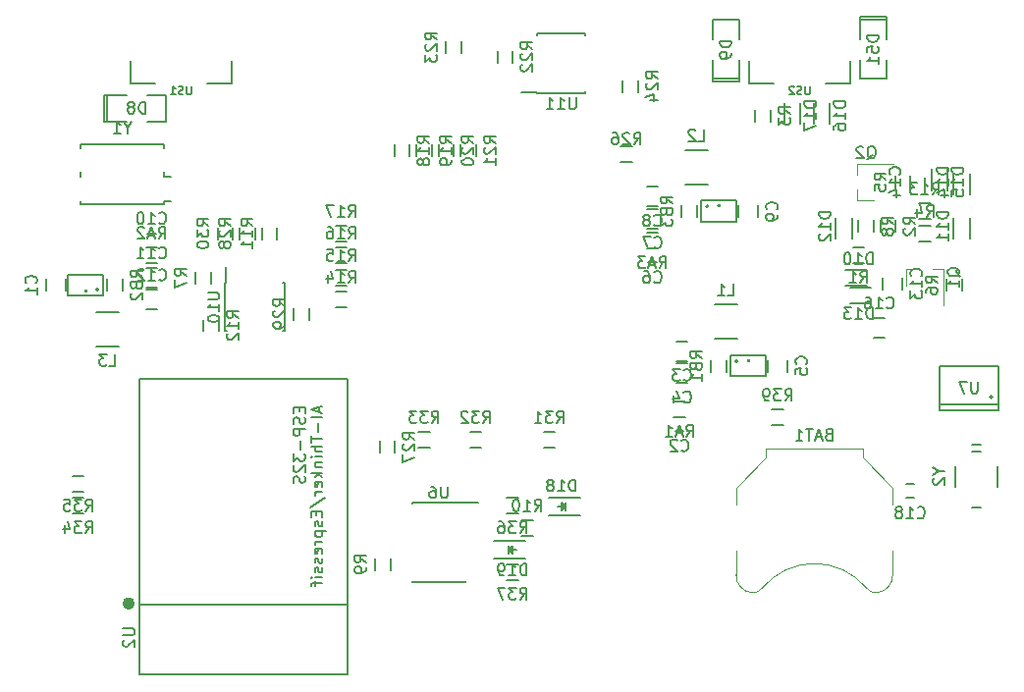
<source format=gbo>
G04 #@! TF.FileFunction,Legend,Bot*
%FSLAX46Y46*%
G04 Gerber Fmt 4.6, Leading zero omitted, Abs format (unit mm)*
G04 Created by KiCad (PCBNEW 4.0.5+dfsg1-4) date Wed May 17 15:07:01 2017*
%MOMM*%
%LPD*%
G01*
G04 APERTURE LIST*
%ADD10C,0.100000*%
%ADD11C,0.120000*%
%ADD12C,0.150000*%
%ADD13C,0.500000*%
%ADD14C,0.037500*%
G04 APERTURE END LIST*
D10*
D11*
X161075385Y-111454160D02*
G75*
G03X161990000Y-111070000I124615J984160D01*
G01*
X171904615Y-111454160D02*
G75*
G02X170990000Y-111070000I-124615J984160D01*
G01*
X161999339Y-111058671D02*
G75*
G02X170990000Y-111070000I4490661J-3711329D01*
G01*
X159740000Y-109920000D02*
G75*
G03X161190000Y-111470000I1500000J-50000D01*
G01*
X173240000Y-109920000D02*
G75*
G02X171790000Y-111470000I-1500000J-50000D01*
G01*
X159740000Y-107870000D02*
X159740000Y-109970000D01*
X173240000Y-107870000D02*
X173240000Y-109970000D01*
X173240000Y-103870000D02*
X173240000Y-102420000D01*
X173240000Y-102420000D02*
X170640000Y-99820000D01*
X170640000Y-99820000D02*
X170640000Y-99020000D01*
X170640000Y-99020000D02*
X162340000Y-99020000D01*
X162340000Y-99020000D02*
X162340000Y-99820000D01*
X162340000Y-99820000D02*
X159740000Y-102420000D01*
X159740000Y-102420000D02*
X159740000Y-103870000D01*
D12*
X170427000Y-62055000D02*
X170427000Y-61801000D01*
X170427000Y-61801000D02*
X172713000Y-61801000D01*
X172713000Y-61801000D02*
X172713000Y-62055000D01*
X170427000Y-62055000D02*
X172713000Y-62055000D01*
X172713000Y-62055000D02*
X172713000Y-63706000D01*
X170427000Y-65484000D02*
X170427000Y-67135000D01*
X170427000Y-67135000D02*
X172713000Y-67135000D01*
X172713000Y-67135000D02*
X172713000Y-65484000D01*
X170427000Y-63706000D02*
X170427000Y-62055000D01*
X157870000Y-89565000D02*
X159870000Y-89565000D01*
X159870000Y-86615000D02*
X157870000Y-86615000D01*
X159886803Y-91500000D02*
G75*
G03X159886803Y-91500000I-111803J0D01*
G01*
X159275000Y-92800000D02*
X162275000Y-92800000D01*
X162275000Y-92800000D02*
X162275000Y-91000000D01*
X162275000Y-91000000D02*
X159275000Y-91000000D01*
X159275000Y-91000000D02*
X159275000Y-92800000D01*
X155330000Y-76230000D02*
X157330000Y-76230000D01*
X157330000Y-73280000D02*
X155330000Y-73280000D01*
X157346803Y-78135000D02*
G75*
G03X157346803Y-78135000I-111803J0D01*
G01*
X156735000Y-79435000D02*
X159735000Y-79435000D01*
X159735000Y-79435000D02*
X159735000Y-77635000D01*
X159735000Y-77635000D02*
X156735000Y-77635000D01*
X156735000Y-77635000D02*
X156735000Y-79435000D01*
X106530000Y-87250000D02*
X104530000Y-87250000D01*
X104530000Y-90200000D02*
X106530000Y-90200000D01*
X104736803Y-85315000D02*
G75*
G03X104736803Y-85315000I-111803J0D01*
G01*
X105125000Y-84015000D02*
X102125000Y-84015000D01*
X102125000Y-84015000D02*
X102125000Y-85815000D01*
X102125000Y-85815000D02*
X105125000Y-85815000D01*
X105125000Y-85815000D02*
X105125000Y-84015000D01*
X100235000Y-85415000D02*
X100235000Y-84415000D01*
X101935000Y-84415000D02*
X101935000Y-85415000D01*
X155560000Y-91480000D02*
X154560000Y-91480000D01*
X154560000Y-89780000D02*
X155560000Y-89780000D01*
X155560000Y-93385000D02*
X154560000Y-93385000D01*
X154560000Y-91685000D02*
X155560000Y-91685000D01*
X164165000Y-91400000D02*
X164165000Y-92400000D01*
X162465000Y-92400000D02*
X162465000Y-91400000D01*
X153020000Y-80050000D02*
X152020000Y-80050000D01*
X152020000Y-78350000D02*
X153020000Y-78350000D01*
X153020000Y-78145000D02*
X152020000Y-78145000D01*
X152020000Y-76445000D02*
X153020000Y-76445000D01*
X161625000Y-78065000D02*
X161625000Y-79065000D01*
X159925000Y-79065000D02*
X159925000Y-78065000D01*
X108840000Y-83430000D02*
X109840000Y-83430000D01*
X109840000Y-85130000D02*
X108840000Y-85130000D01*
X108840000Y-85335000D02*
X109840000Y-85335000D01*
X109840000Y-87035000D02*
X108840000Y-87035000D01*
X105530000Y-70818000D02*
X105276000Y-70818000D01*
X105276000Y-70818000D02*
X105276000Y-68532000D01*
X105276000Y-68532000D02*
X105530000Y-68532000D01*
X105530000Y-70818000D02*
X105530000Y-68532000D01*
X105530000Y-68532000D02*
X107181000Y-68532000D01*
X108959000Y-70818000D02*
X110610000Y-70818000D01*
X110610000Y-70818000D02*
X110610000Y-68532000D01*
X110610000Y-68532000D02*
X108959000Y-68532000D01*
X107181000Y-70818000D02*
X105530000Y-70818000D01*
X160013000Y-67135000D02*
X160013000Y-67389000D01*
X160013000Y-67389000D02*
X157727000Y-67389000D01*
X157727000Y-67389000D02*
X157727000Y-67135000D01*
X160013000Y-67135000D02*
X157727000Y-67135000D01*
X157727000Y-67135000D02*
X157727000Y-65484000D01*
X160013000Y-63706000D02*
X160013000Y-62055000D01*
X160013000Y-62055000D02*
X157727000Y-62055000D01*
X157727000Y-62055000D02*
X157727000Y-63706000D01*
X160013000Y-65484000D02*
X160013000Y-67135000D01*
X181857000Y-94567000D02*
G75*
G03X181857000Y-94567000I-127000J0D01*
G01*
X182365000Y-95202000D02*
X177285000Y-95202000D01*
X182365000Y-91900000D02*
X177285000Y-91900000D01*
X182365000Y-95710000D02*
X177285000Y-95710000D01*
X182365000Y-95710000D02*
X182365000Y-91900000D01*
X177285000Y-95710000D02*
X177285000Y-91900000D01*
X174071000Y-84288000D02*
X174071000Y-85288000D01*
X172371000Y-85288000D02*
X172371000Y-84288000D01*
X169200000Y-83580000D02*
X171000000Y-83580000D01*
X169200000Y-84980000D02*
X171000000Y-84980000D01*
X178490000Y-80935000D02*
X178490000Y-79135000D01*
X179890000Y-80935000D02*
X179890000Y-79135000D01*
X177985000Y-74925000D02*
X177985000Y-76725000D01*
X176585000Y-74925000D02*
X176585000Y-76725000D01*
X168330000Y-80935000D02*
X168330000Y-79135000D01*
X169730000Y-80935000D02*
X169730000Y-79135000D01*
D11*
X174435000Y-83520000D02*
X175365000Y-83520000D01*
X177595000Y-83520000D02*
X176665000Y-83520000D01*
X177595000Y-83520000D02*
X177595000Y-86680000D01*
X174435000Y-83520000D02*
X174435000Y-84980000D01*
X170175000Y-77605000D02*
X170175000Y-76675000D01*
X170175000Y-74445000D02*
X170175000Y-75375000D01*
X170175000Y-74445000D02*
X173335000Y-74445000D01*
X170175000Y-77605000D02*
X171635000Y-77605000D01*
D12*
X154510000Y-97510000D02*
X155210000Y-97510000D01*
X155210000Y-96310000D02*
X154510000Y-96310000D01*
X152170000Y-82975000D02*
X152870000Y-82975000D01*
X152870000Y-81775000D02*
X152170000Y-81775000D01*
X109690000Y-80505000D02*
X108990000Y-80505000D01*
X108990000Y-81705000D02*
X109690000Y-81705000D01*
X174780000Y-75675000D02*
X174780000Y-76375000D01*
X175980000Y-76375000D02*
X175980000Y-75675000D01*
X170800000Y-81700000D02*
X169800000Y-81700000D01*
X169800000Y-83050000D02*
X170800000Y-83050000D01*
X172165000Y-79335000D02*
X172165000Y-80335000D01*
X173515000Y-80335000D02*
X173515000Y-79335000D01*
X175515000Y-81145000D02*
X176515000Y-81145000D01*
X176515000Y-79795000D02*
X175515000Y-79795000D01*
X174785000Y-76525000D02*
X174785000Y-75525000D01*
X173435000Y-75525000D02*
X173435000Y-76525000D01*
X179230000Y-85415000D02*
X179230000Y-84415000D01*
X177880000Y-84415000D02*
X177880000Y-85415000D01*
X114460000Y-84780000D02*
X114460000Y-83780000D01*
X113110000Y-83780000D02*
X113110000Y-84780000D01*
X170260000Y-79335000D02*
X170260000Y-80335000D01*
X171610000Y-80335000D02*
X171610000Y-79335000D01*
X129955000Y-109500000D02*
X129955000Y-108500000D01*
X128605000Y-108500000D02*
X128605000Y-109500000D01*
X141225000Y-106545000D02*
X142225000Y-106545000D01*
X142225000Y-105195000D02*
X141225000Y-105195000D01*
X175515000Y-79240000D02*
X176515000Y-79240000D01*
X176515000Y-77890000D02*
X175515000Y-77890000D01*
X155360000Y-94965000D02*
X154360000Y-94965000D01*
X154360000Y-96315000D02*
X155360000Y-96315000D01*
X108840000Y-83050000D02*
X109840000Y-83050000D01*
X109840000Y-81700000D02*
X108840000Y-81700000D01*
X153020000Y-80430000D02*
X152020000Y-80430000D01*
X152020000Y-81780000D02*
X153020000Y-81780000D01*
X158910000Y-92400000D02*
X158910000Y-91400000D01*
X157560000Y-91400000D02*
X157560000Y-92400000D01*
X105490000Y-84415000D02*
X105490000Y-85415000D01*
X106840000Y-85415000D02*
X106840000Y-84415000D01*
X156370000Y-79065000D02*
X156370000Y-78065000D01*
X155020000Y-78065000D02*
X155020000Y-79065000D01*
X125182000Y-86860000D02*
X126182000Y-86860000D01*
X126182000Y-85510000D02*
X125182000Y-85510000D01*
X125182000Y-84954000D02*
X126182000Y-84954000D01*
X126182000Y-83604000D02*
X125182000Y-83604000D01*
X125182000Y-83050000D02*
X126182000Y-83050000D01*
X126182000Y-81700000D02*
X125182000Y-81700000D01*
X125182000Y-81145000D02*
X126182000Y-81145000D01*
X126182000Y-79795000D02*
X125182000Y-79795000D01*
X130255000Y-72817000D02*
X130255000Y-73817000D01*
X131605000Y-73817000D02*
X131605000Y-72817000D01*
X132160000Y-72817000D02*
X132160000Y-73817000D01*
X133510000Y-73817000D02*
X133510000Y-72817000D01*
X134065000Y-72817000D02*
X134065000Y-73817000D01*
X135415000Y-73817000D02*
X135415000Y-72817000D01*
X135970000Y-72817000D02*
X135970000Y-73817000D01*
X137320000Y-73817000D02*
X137320000Y-72817000D01*
X115655000Y-84745000D02*
X115705000Y-84745000D01*
X115655000Y-88895000D02*
X115800000Y-88895000D01*
X120805000Y-88895000D02*
X120660000Y-88895000D01*
X120805000Y-84745000D02*
X120660000Y-84745000D01*
X115655000Y-84745000D02*
X115655000Y-88895000D01*
X120805000Y-84745000D02*
X120805000Y-88895000D01*
X115705000Y-84745000D02*
X115705000Y-83345000D01*
X174395000Y-103295000D02*
X175095000Y-103295000D01*
X175095000Y-102095000D02*
X174395000Y-102095000D01*
X142605000Y-68375000D02*
X142605000Y-68325000D01*
X146755000Y-68375000D02*
X146755000Y-68230000D01*
X146755000Y-63225000D02*
X146755000Y-63370000D01*
X142605000Y-63225000D02*
X142605000Y-63370000D01*
X142605000Y-68375000D02*
X146755000Y-68375000D01*
X142605000Y-63225000D02*
X146755000Y-63225000D01*
X142605000Y-68325000D02*
X141205000Y-68325000D01*
X171400000Y-86504000D02*
X169600000Y-86504000D01*
X171400000Y-85104000D02*
X169600000Y-85104000D01*
X178490000Y-77125000D02*
X178490000Y-75325000D01*
X179890000Y-77125000D02*
X179890000Y-75325000D01*
D13*
X107638415Y-112384338D02*
G75*
G03X107638415Y-112384338I-283981J0D01*
G01*
D12*
X126260434Y-112530338D02*
X108260434Y-112530338D01*
X108260434Y-118530338D02*
X108260434Y-93030338D01*
X126260434Y-118530338D02*
X126260434Y-93030338D01*
X126260434Y-93030338D02*
X108260434Y-93030338D01*
X126260434Y-118530338D02*
X108260434Y-118530338D01*
X167825000Y-69210000D02*
X167825000Y-71010000D01*
X166425000Y-69210000D02*
X166425000Y-71010000D01*
X165285000Y-69210000D02*
X165285000Y-71010000D01*
X163885000Y-69210000D02*
X163885000Y-71010000D01*
X161370000Y-69810000D02*
X161370000Y-70810000D01*
X162720000Y-70810000D02*
X162720000Y-69810000D01*
X139145000Y-64730000D02*
X139145000Y-65730000D01*
X140495000Y-65730000D02*
X140495000Y-64730000D01*
X136050000Y-64900000D02*
X136050000Y-63900000D01*
X134700000Y-63900000D02*
X134700000Y-64900000D01*
X149940000Y-67270000D02*
X149940000Y-68270000D01*
X151290000Y-68270000D02*
X151290000Y-67270000D01*
X149780000Y-74275000D02*
X150780000Y-74275000D01*
X150780000Y-72925000D02*
X149780000Y-72925000D01*
X131780000Y-103690000D02*
X131780000Y-103790000D01*
X131780000Y-110515000D02*
X131780000Y-110490000D01*
X136430000Y-110515000D02*
X136430000Y-110490000D01*
X137505000Y-103690000D02*
X131780000Y-103690000D01*
X136430000Y-110515000D02*
X131780000Y-110515000D01*
X120175000Y-80970000D02*
X120175000Y-79970000D01*
X118825000Y-79970000D02*
X118825000Y-80970000D01*
X113805000Y-87900000D02*
X113805000Y-88900000D01*
X115155000Y-88900000D02*
X115155000Y-87900000D01*
X128985000Y-98385000D02*
X128985000Y-99385000D01*
X130335000Y-99385000D02*
X130335000Y-98385000D01*
X118270000Y-80970000D02*
X118270000Y-79970000D01*
X116920000Y-79970000D02*
X116920000Y-80970000D01*
X122955000Y-87900000D02*
X122955000Y-86900000D01*
X121605000Y-86900000D02*
X121605000Y-87900000D01*
X116365000Y-80970000D02*
X116365000Y-79970000D01*
X115015000Y-79970000D02*
X115015000Y-80970000D01*
X143130000Y-98925000D02*
X144130000Y-98925000D01*
X144130000Y-97575000D02*
X143130000Y-97575000D01*
X136780000Y-98925000D02*
X137780000Y-98925000D01*
X137780000Y-97575000D02*
X136780000Y-97575000D01*
X132335000Y-98925000D02*
X133335000Y-98925000D01*
X133335000Y-97575000D02*
X132335000Y-97575000D01*
X103490000Y-103290000D02*
X102490000Y-103290000D01*
X102490000Y-104640000D02*
X103490000Y-104640000D01*
X180079000Y-99266000D02*
X180841000Y-99266000D01*
X182260000Y-100525000D02*
X182260000Y-102325000D01*
X180860000Y-104125000D02*
X180060000Y-104125000D01*
X178660000Y-102325000D02*
X178660000Y-100525000D01*
X180060000Y-98725000D02*
X180860000Y-98725000D01*
X110400000Y-77690000D02*
X110950000Y-77690000D01*
X103200000Y-77990000D02*
X103200000Y-77690000D01*
X103200000Y-72790000D02*
X103200000Y-73090000D01*
X110400000Y-72790000D02*
X110400000Y-73090000D01*
X110400000Y-77990000D02*
X110400000Y-77690000D01*
X110400000Y-77990000D02*
X103200000Y-77990000D01*
X110400000Y-75590000D02*
X110950000Y-75590000D01*
X110400000Y-72790000D02*
X103200000Y-72790000D01*
X103200000Y-75590000D02*
X103200000Y-75190000D01*
X110400000Y-75590000D02*
X110400000Y-75190000D01*
X103490000Y-101385000D02*
X102490000Y-101385000D01*
X102490000Y-102735000D02*
X103490000Y-102735000D01*
X146280000Y-104750000D02*
X143580000Y-104750000D01*
X146280000Y-103250000D02*
X143580000Y-103250000D01*
X144780000Y-104150000D02*
X144780000Y-103900000D01*
X144780000Y-103900000D02*
X144930000Y-104050000D01*
X145030000Y-103650000D02*
X145030000Y-104350000D01*
X144680000Y-104000000D02*
X144330000Y-104000000D01*
X145030000Y-104000000D02*
X144680000Y-103650000D01*
X144680000Y-103650000D02*
X144680000Y-104350000D01*
X144680000Y-104350000D02*
X145030000Y-104000000D01*
X138855000Y-107025000D02*
X141555000Y-107025000D01*
X138855000Y-108525000D02*
X141555000Y-108525000D01*
X140355000Y-107625000D02*
X140355000Y-107875000D01*
X140355000Y-107875000D02*
X140205000Y-107725000D01*
X140105000Y-108125000D02*
X140105000Y-107425000D01*
X140455000Y-107775000D02*
X140805000Y-107775000D01*
X140105000Y-107775000D02*
X140455000Y-108125000D01*
X140455000Y-108125000D02*
X140455000Y-107425000D01*
X140455000Y-107425000D02*
X140105000Y-107775000D01*
X140955000Y-103290000D02*
X139955000Y-103290000D01*
X139955000Y-104640000D02*
X140955000Y-104640000D01*
X140955000Y-109005000D02*
X139955000Y-109005000D01*
X139955000Y-110355000D02*
X140955000Y-110355000D01*
X107480000Y-65560000D02*
X107480000Y-67560000D01*
X107480000Y-67560000D02*
X109630000Y-67560000D01*
X114130000Y-67560000D02*
X116280000Y-67560000D01*
X116280000Y-67560000D02*
X116280000Y-65610000D01*
X160820000Y-65560000D02*
X160820000Y-67560000D01*
X160820000Y-67560000D02*
X162970000Y-67560000D01*
X167470000Y-67560000D02*
X169620000Y-67560000D01*
X169620000Y-67560000D02*
X169620000Y-65610000D01*
X171580000Y-87750000D02*
X172580000Y-87750000D01*
X172580000Y-89450000D02*
X171580000Y-89450000D01*
X162815000Y-97020000D02*
X163815000Y-97020000D01*
X163815000Y-95670000D02*
X162815000Y-95670000D01*
X167704285Y-97798571D02*
X167561428Y-97846190D01*
X167513809Y-97893810D01*
X167466190Y-97989048D01*
X167466190Y-98131905D01*
X167513809Y-98227143D01*
X167561428Y-98274762D01*
X167656666Y-98322381D01*
X168037619Y-98322381D01*
X168037619Y-97322381D01*
X167704285Y-97322381D01*
X167609047Y-97370000D01*
X167561428Y-97417619D01*
X167513809Y-97512857D01*
X167513809Y-97608095D01*
X167561428Y-97703333D01*
X167609047Y-97750952D01*
X167704285Y-97798571D01*
X168037619Y-97798571D01*
X167085238Y-98036667D02*
X166609047Y-98036667D01*
X167180476Y-98322381D02*
X166847143Y-97322381D01*
X166513809Y-98322381D01*
X166323333Y-97322381D02*
X165751904Y-97322381D01*
X166037619Y-98322381D02*
X166037619Y-97322381D01*
X164894761Y-98322381D02*
X165466190Y-98322381D01*
X165180476Y-98322381D02*
X165180476Y-97322381D01*
X165275714Y-97465238D01*
X165370952Y-97560476D01*
X165466190Y-97608095D01*
X172022381Y-63380714D02*
X171022381Y-63380714D01*
X171022381Y-63618809D01*
X171070000Y-63761667D01*
X171165238Y-63856905D01*
X171260476Y-63904524D01*
X171450952Y-63952143D01*
X171593810Y-63952143D01*
X171784286Y-63904524D01*
X171879524Y-63856905D01*
X171974762Y-63761667D01*
X172022381Y-63618809D01*
X172022381Y-63380714D01*
X171022381Y-64856905D02*
X171022381Y-64380714D01*
X171498571Y-64333095D01*
X171450952Y-64380714D01*
X171403333Y-64475952D01*
X171403333Y-64714048D01*
X171450952Y-64809286D01*
X171498571Y-64856905D01*
X171593810Y-64904524D01*
X171831905Y-64904524D01*
X171927143Y-64856905D01*
X171974762Y-64809286D01*
X172022381Y-64714048D01*
X172022381Y-64475952D01*
X171974762Y-64380714D01*
X171927143Y-64333095D01*
X172022381Y-65856905D02*
X172022381Y-65285476D01*
X172022381Y-65571190D02*
X171022381Y-65571190D01*
X171165238Y-65475952D01*
X171260476Y-65380714D01*
X171308095Y-65285476D01*
X159036666Y-85842381D02*
X159512857Y-85842381D01*
X159512857Y-84842381D01*
X158179523Y-85842381D02*
X158750952Y-85842381D01*
X158465238Y-85842381D02*
X158465238Y-84842381D01*
X158560476Y-84985238D01*
X158655714Y-85080476D01*
X158750952Y-85128095D01*
D14*
X160889286Y-91317857D02*
X160889286Y-91439286D01*
X160882143Y-91453571D01*
X160875000Y-91460714D01*
X160860714Y-91467857D01*
X160832143Y-91467857D01*
X160817857Y-91460714D01*
X160810714Y-91453571D01*
X160803571Y-91439286D01*
X160803571Y-91317857D01*
X160746428Y-91317857D02*
X160653571Y-91317857D01*
X160703571Y-91375000D01*
X160682143Y-91375000D01*
X160667857Y-91382143D01*
X160660714Y-91389286D01*
X160653571Y-91403571D01*
X160653571Y-91439286D01*
X160660714Y-91453571D01*
X160667857Y-91460714D01*
X160682143Y-91467857D01*
X160725000Y-91467857D01*
X160739286Y-91460714D01*
X160746428Y-91453571D01*
D12*
X156496666Y-72507381D02*
X156972857Y-72507381D01*
X156972857Y-71507381D01*
X156210952Y-71602619D02*
X156163333Y-71555000D01*
X156068095Y-71507381D01*
X155829999Y-71507381D01*
X155734761Y-71555000D01*
X155687142Y-71602619D01*
X155639523Y-71697857D01*
X155639523Y-71793095D01*
X155687142Y-71935952D01*
X156258571Y-72507381D01*
X155639523Y-72507381D01*
D14*
X158349286Y-77952857D02*
X158349286Y-78074286D01*
X158342143Y-78088571D01*
X158335000Y-78095714D01*
X158320714Y-78102857D01*
X158292143Y-78102857D01*
X158277857Y-78095714D01*
X158270714Y-78088571D01*
X158263571Y-78074286D01*
X158263571Y-77952857D01*
X158127857Y-78002857D02*
X158127857Y-78102857D01*
X158163571Y-77945714D02*
X158199286Y-78052857D01*
X158106428Y-78052857D01*
D12*
X105696666Y-91877381D02*
X106172857Y-91877381D01*
X106172857Y-90877381D01*
X105458571Y-90877381D02*
X104839523Y-90877381D01*
X105172857Y-91258333D01*
X105029999Y-91258333D01*
X104934761Y-91305952D01*
X104887142Y-91353571D01*
X104839523Y-91448810D01*
X104839523Y-91686905D01*
X104887142Y-91782143D01*
X104934761Y-91829762D01*
X105029999Y-91877381D01*
X105315714Y-91877381D01*
X105410952Y-91829762D01*
X105458571Y-91782143D01*
D14*
X103739286Y-85332857D02*
X103739286Y-85454286D01*
X103732143Y-85468571D01*
X103725000Y-85475714D01*
X103710714Y-85482857D01*
X103682143Y-85482857D01*
X103667857Y-85475714D01*
X103660714Y-85468571D01*
X103653571Y-85454286D01*
X103653571Y-85332857D01*
X103510714Y-85332857D02*
X103582143Y-85332857D01*
X103589286Y-85404286D01*
X103582143Y-85397143D01*
X103567857Y-85390000D01*
X103532143Y-85390000D01*
X103517857Y-85397143D01*
X103510714Y-85404286D01*
X103503571Y-85418571D01*
X103503571Y-85454286D01*
X103510714Y-85468571D01*
X103517857Y-85475714D01*
X103532143Y-85482857D01*
X103567857Y-85482857D01*
X103582143Y-85475714D01*
X103589286Y-85468571D01*
D12*
X99342143Y-84748334D02*
X99389762Y-84700715D01*
X99437381Y-84557858D01*
X99437381Y-84462620D01*
X99389762Y-84319762D01*
X99294524Y-84224524D01*
X99199286Y-84176905D01*
X99008810Y-84129286D01*
X98865952Y-84129286D01*
X98675476Y-84176905D01*
X98580238Y-84224524D01*
X98485000Y-84319762D01*
X98437381Y-84462620D01*
X98437381Y-84557858D01*
X98485000Y-84700715D01*
X98532619Y-84748334D01*
X99437381Y-85700715D02*
X99437381Y-85129286D01*
X99437381Y-85415000D02*
X98437381Y-85415000D01*
X98580238Y-85319762D01*
X98675476Y-85224524D01*
X98723095Y-85129286D01*
X155226666Y-93087143D02*
X155274285Y-93134762D01*
X155417142Y-93182381D01*
X155512380Y-93182381D01*
X155655238Y-93134762D01*
X155750476Y-93039524D01*
X155798095Y-92944286D01*
X155845714Y-92753810D01*
X155845714Y-92610952D01*
X155798095Y-92420476D01*
X155750476Y-92325238D01*
X155655238Y-92230000D01*
X155512380Y-92182381D01*
X155417142Y-92182381D01*
X155274285Y-92230000D01*
X155226666Y-92277619D01*
X154893333Y-92182381D02*
X154274285Y-92182381D01*
X154607619Y-92563333D01*
X154464761Y-92563333D01*
X154369523Y-92610952D01*
X154321904Y-92658571D01*
X154274285Y-92753810D01*
X154274285Y-92991905D01*
X154321904Y-93087143D01*
X154369523Y-93134762D01*
X154464761Y-93182381D01*
X154750476Y-93182381D01*
X154845714Y-93134762D01*
X154893333Y-93087143D01*
X155226666Y-94992143D02*
X155274285Y-95039762D01*
X155417142Y-95087381D01*
X155512380Y-95087381D01*
X155655238Y-95039762D01*
X155750476Y-94944524D01*
X155798095Y-94849286D01*
X155845714Y-94658810D01*
X155845714Y-94515952D01*
X155798095Y-94325476D01*
X155750476Y-94230238D01*
X155655238Y-94135000D01*
X155512380Y-94087381D01*
X155417142Y-94087381D01*
X155274285Y-94135000D01*
X155226666Y-94182619D01*
X154369523Y-94420714D02*
X154369523Y-95087381D01*
X154607619Y-94039762D02*
X154845714Y-94754048D01*
X154226666Y-94754048D01*
X165772143Y-91733334D02*
X165819762Y-91685715D01*
X165867381Y-91542858D01*
X165867381Y-91447620D01*
X165819762Y-91304762D01*
X165724524Y-91209524D01*
X165629286Y-91161905D01*
X165438810Y-91114286D01*
X165295952Y-91114286D01*
X165105476Y-91161905D01*
X165010238Y-91209524D01*
X164915000Y-91304762D01*
X164867381Y-91447620D01*
X164867381Y-91542858D01*
X164915000Y-91685715D01*
X164962619Y-91733334D01*
X164867381Y-92638096D02*
X164867381Y-92161905D01*
X165343571Y-92114286D01*
X165295952Y-92161905D01*
X165248333Y-92257143D01*
X165248333Y-92495239D01*
X165295952Y-92590477D01*
X165343571Y-92638096D01*
X165438810Y-92685715D01*
X165676905Y-92685715D01*
X165772143Y-92638096D01*
X165819762Y-92590477D01*
X165867381Y-92495239D01*
X165867381Y-92257143D01*
X165819762Y-92161905D01*
X165772143Y-92114286D01*
X152686666Y-81657143D02*
X152734285Y-81704762D01*
X152877142Y-81752381D01*
X152972380Y-81752381D01*
X153115238Y-81704762D01*
X153210476Y-81609524D01*
X153258095Y-81514286D01*
X153305714Y-81323810D01*
X153305714Y-81180952D01*
X153258095Y-80990476D01*
X153210476Y-80895238D01*
X153115238Y-80800000D01*
X152972380Y-80752381D01*
X152877142Y-80752381D01*
X152734285Y-80800000D01*
X152686666Y-80847619D01*
X152353333Y-80752381D02*
X151686666Y-80752381D01*
X152115238Y-81752381D01*
X152686666Y-79752143D02*
X152734285Y-79799762D01*
X152877142Y-79847381D01*
X152972380Y-79847381D01*
X153115238Y-79799762D01*
X153210476Y-79704524D01*
X153258095Y-79609286D01*
X153305714Y-79418810D01*
X153305714Y-79275952D01*
X153258095Y-79085476D01*
X153210476Y-78990238D01*
X153115238Y-78895000D01*
X152972380Y-78847381D01*
X152877142Y-78847381D01*
X152734285Y-78895000D01*
X152686666Y-78942619D01*
X152115238Y-79275952D02*
X152210476Y-79228333D01*
X152258095Y-79180714D01*
X152305714Y-79085476D01*
X152305714Y-79037857D01*
X152258095Y-78942619D01*
X152210476Y-78895000D01*
X152115238Y-78847381D01*
X151924761Y-78847381D01*
X151829523Y-78895000D01*
X151781904Y-78942619D01*
X151734285Y-79037857D01*
X151734285Y-79085476D01*
X151781904Y-79180714D01*
X151829523Y-79228333D01*
X151924761Y-79275952D01*
X152115238Y-79275952D01*
X152210476Y-79323571D01*
X152258095Y-79371190D01*
X152305714Y-79466429D01*
X152305714Y-79656905D01*
X152258095Y-79752143D01*
X152210476Y-79799762D01*
X152115238Y-79847381D01*
X151924761Y-79847381D01*
X151829523Y-79799762D01*
X151781904Y-79752143D01*
X151734285Y-79656905D01*
X151734285Y-79466429D01*
X151781904Y-79371190D01*
X151829523Y-79323571D01*
X151924761Y-79275952D01*
X163232143Y-78398334D02*
X163279762Y-78350715D01*
X163327381Y-78207858D01*
X163327381Y-78112620D01*
X163279762Y-77969762D01*
X163184524Y-77874524D01*
X163089286Y-77826905D01*
X162898810Y-77779286D01*
X162755952Y-77779286D01*
X162565476Y-77826905D01*
X162470238Y-77874524D01*
X162375000Y-77969762D01*
X162327381Y-78112620D01*
X162327381Y-78207858D01*
X162375000Y-78350715D01*
X162422619Y-78398334D01*
X163327381Y-78874524D02*
X163327381Y-79065000D01*
X163279762Y-79160239D01*
X163232143Y-79207858D01*
X163089286Y-79303096D01*
X162898810Y-79350715D01*
X162517857Y-79350715D01*
X162422619Y-79303096D01*
X162375000Y-79255477D01*
X162327381Y-79160239D01*
X162327381Y-78969762D01*
X162375000Y-78874524D01*
X162422619Y-78826905D01*
X162517857Y-78779286D01*
X162755952Y-78779286D01*
X162851190Y-78826905D01*
X162898810Y-78874524D01*
X162946429Y-78969762D01*
X162946429Y-79160239D01*
X162898810Y-79255477D01*
X162851190Y-79303096D01*
X162755952Y-79350715D01*
X109982857Y-82537143D02*
X110030476Y-82584762D01*
X110173333Y-82632381D01*
X110268571Y-82632381D01*
X110411429Y-82584762D01*
X110506667Y-82489524D01*
X110554286Y-82394286D01*
X110601905Y-82203810D01*
X110601905Y-82060952D01*
X110554286Y-81870476D01*
X110506667Y-81775238D01*
X110411429Y-81680000D01*
X110268571Y-81632381D01*
X110173333Y-81632381D01*
X110030476Y-81680000D01*
X109982857Y-81727619D01*
X109030476Y-82632381D02*
X109601905Y-82632381D01*
X109316191Y-82632381D02*
X109316191Y-81632381D01*
X109411429Y-81775238D01*
X109506667Y-81870476D01*
X109601905Y-81918095D01*
X108078095Y-82632381D02*
X108649524Y-82632381D01*
X108363810Y-82632381D02*
X108363810Y-81632381D01*
X108459048Y-81775238D01*
X108554286Y-81870476D01*
X108649524Y-81918095D01*
X109982857Y-84442143D02*
X110030476Y-84489762D01*
X110173333Y-84537381D01*
X110268571Y-84537381D01*
X110411429Y-84489762D01*
X110506667Y-84394524D01*
X110554286Y-84299286D01*
X110601905Y-84108810D01*
X110601905Y-83965952D01*
X110554286Y-83775476D01*
X110506667Y-83680238D01*
X110411429Y-83585000D01*
X110268571Y-83537381D01*
X110173333Y-83537381D01*
X110030476Y-83585000D01*
X109982857Y-83632619D01*
X109030476Y-84537381D02*
X109601905Y-84537381D01*
X109316191Y-84537381D02*
X109316191Y-83537381D01*
X109411429Y-83680238D01*
X109506667Y-83775476D01*
X109601905Y-83823095D01*
X108649524Y-83632619D02*
X108601905Y-83585000D01*
X108506667Y-83537381D01*
X108268571Y-83537381D01*
X108173333Y-83585000D01*
X108125714Y-83632619D01*
X108078095Y-83727857D01*
X108078095Y-83823095D01*
X108125714Y-83965952D01*
X108697143Y-84537381D01*
X108078095Y-84537381D01*
X108808095Y-70127381D02*
X108808095Y-69127381D01*
X108570000Y-69127381D01*
X108427142Y-69175000D01*
X108331904Y-69270238D01*
X108284285Y-69365476D01*
X108236666Y-69555952D01*
X108236666Y-69698810D01*
X108284285Y-69889286D01*
X108331904Y-69984524D01*
X108427142Y-70079762D01*
X108570000Y-70127381D01*
X108808095Y-70127381D01*
X107665238Y-69555952D02*
X107760476Y-69508333D01*
X107808095Y-69460714D01*
X107855714Y-69365476D01*
X107855714Y-69317857D01*
X107808095Y-69222619D01*
X107760476Y-69175000D01*
X107665238Y-69127381D01*
X107474761Y-69127381D01*
X107379523Y-69175000D01*
X107331904Y-69222619D01*
X107284285Y-69317857D01*
X107284285Y-69365476D01*
X107331904Y-69460714D01*
X107379523Y-69508333D01*
X107474761Y-69555952D01*
X107665238Y-69555952D01*
X107760476Y-69603571D01*
X107808095Y-69651190D01*
X107855714Y-69746429D01*
X107855714Y-69936905D01*
X107808095Y-70032143D01*
X107760476Y-70079762D01*
X107665238Y-70127381D01*
X107474761Y-70127381D01*
X107379523Y-70079762D01*
X107331904Y-70032143D01*
X107284285Y-69936905D01*
X107284285Y-69746429D01*
X107331904Y-69651190D01*
X107379523Y-69603571D01*
X107474761Y-69555952D01*
X159322381Y-63856905D02*
X158322381Y-63856905D01*
X158322381Y-64095000D01*
X158370000Y-64237858D01*
X158465238Y-64333096D01*
X158560476Y-64380715D01*
X158750952Y-64428334D01*
X158893810Y-64428334D01*
X159084286Y-64380715D01*
X159179524Y-64333096D01*
X159274762Y-64237858D01*
X159322381Y-64095000D01*
X159322381Y-63856905D01*
X159322381Y-64904524D02*
X159322381Y-65095000D01*
X159274762Y-65190239D01*
X159227143Y-65237858D01*
X159084286Y-65333096D01*
X158893810Y-65380715D01*
X158512857Y-65380715D01*
X158417619Y-65333096D01*
X158370000Y-65285477D01*
X158322381Y-65190239D01*
X158322381Y-64999762D01*
X158370000Y-64904524D01*
X158417619Y-64856905D01*
X158512857Y-64809286D01*
X158750952Y-64809286D01*
X158846190Y-64856905D01*
X158893810Y-64904524D01*
X158941429Y-64999762D01*
X158941429Y-65190239D01*
X158893810Y-65285477D01*
X158846190Y-65333096D01*
X158750952Y-65380715D01*
X180586905Y-93257381D02*
X180586905Y-94066905D01*
X180539286Y-94162143D01*
X180491667Y-94209762D01*
X180396429Y-94257381D01*
X180205952Y-94257381D01*
X180110714Y-94209762D01*
X180063095Y-94162143D01*
X180015476Y-94066905D01*
X180015476Y-93257381D01*
X179634524Y-93257381D02*
X178967857Y-93257381D01*
X179396429Y-94257381D01*
X175678143Y-84145143D02*
X175725762Y-84097524D01*
X175773381Y-83954667D01*
X175773381Y-83859429D01*
X175725762Y-83716571D01*
X175630524Y-83621333D01*
X175535286Y-83573714D01*
X175344810Y-83526095D01*
X175201952Y-83526095D01*
X175011476Y-83573714D01*
X174916238Y-83621333D01*
X174821000Y-83716571D01*
X174773381Y-83859429D01*
X174773381Y-83954667D01*
X174821000Y-84097524D01*
X174868619Y-84145143D01*
X175773381Y-85097524D02*
X175773381Y-84526095D01*
X175773381Y-84811809D02*
X174773381Y-84811809D01*
X174916238Y-84716571D01*
X175011476Y-84621333D01*
X175059095Y-84526095D01*
X174773381Y-85430857D02*
X174773381Y-86049905D01*
X175154333Y-85716571D01*
X175154333Y-85859429D01*
X175201952Y-85954667D01*
X175249571Y-86002286D01*
X175344810Y-86049905D01*
X175582905Y-86049905D01*
X175678143Y-86002286D01*
X175725762Y-85954667D01*
X175773381Y-85859429D01*
X175773381Y-85573714D01*
X175725762Y-85478476D01*
X175678143Y-85430857D01*
X171514286Y-83132381D02*
X171514286Y-82132381D01*
X171276191Y-82132381D01*
X171133333Y-82180000D01*
X171038095Y-82275238D01*
X170990476Y-82370476D01*
X170942857Y-82560952D01*
X170942857Y-82703810D01*
X170990476Y-82894286D01*
X171038095Y-82989524D01*
X171133333Y-83084762D01*
X171276191Y-83132381D01*
X171514286Y-83132381D01*
X169990476Y-83132381D02*
X170561905Y-83132381D01*
X170276191Y-83132381D02*
X170276191Y-82132381D01*
X170371429Y-82275238D01*
X170466667Y-82370476D01*
X170561905Y-82418095D01*
X169371429Y-82132381D02*
X169276190Y-82132381D01*
X169180952Y-82180000D01*
X169133333Y-82227619D01*
X169085714Y-82322857D01*
X169038095Y-82513333D01*
X169038095Y-82751429D01*
X169085714Y-82941905D01*
X169133333Y-83037143D01*
X169180952Y-83084762D01*
X169276190Y-83132381D01*
X169371429Y-83132381D01*
X169466667Y-83084762D01*
X169514286Y-83037143D01*
X169561905Y-82941905D01*
X169609524Y-82751429D01*
X169609524Y-82513333D01*
X169561905Y-82322857D01*
X169514286Y-82227619D01*
X169466667Y-82180000D01*
X169371429Y-82132381D01*
X178042381Y-78620714D02*
X177042381Y-78620714D01*
X177042381Y-78858809D01*
X177090000Y-79001667D01*
X177185238Y-79096905D01*
X177280476Y-79144524D01*
X177470952Y-79192143D01*
X177613810Y-79192143D01*
X177804286Y-79144524D01*
X177899524Y-79096905D01*
X177994762Y-79001667D01*
X178042381Y-78858809D01*
X178042381Y-78620714D01*
X178042381Y-80144524D02*
X178042381Y-79573095D01*
X178042381Y-79858809D02*
X177042381Y-79858809D01*
X177185238Y-79763571D01*
X177280476Y-79668333D01*
X177328095Y-79573095D01*
X178042381Y-81096905D02*
X178042381Y-80525476D01*
X178042381Y-80811190D02*
X177042381Y-80811190D01*
X177185238Y-80715952D01*
X177280476Y-80620714D01*
X177328095Y-80525476D01*
X179337381Y-74810714D02*
X178337381Y-74810714D01*
X178337381Y-75048809D01*
X178385000Y-75191667D01*
X178480238Y-75286905D01*
X178575476Y-75334524D01*
X178765952Y-75382143D01*
X178908810Y-75382143D01*
X179099286Y-75334524D01*
X179194524Y-75286905D01*
X179289762Y-75191667D01*
X179337381Y-75048809D01*
X179337381Y-74810714D01*
X179337381Y-76334524D02*
X179337381Y-75763095D01*
X179337381Y-76048809D02*
X178337381Y-76048809D01*
X178480238Y-75953571D01*
X178575476Y-75858333D01*
X178623095Y-75763095D01*
X178337381Y-77239286D02*
X178337381Y-76763095D01*
X178813571Y-76715476D01*
X178765952Y-76763095D01*
X178718333Y-76858333D01*
X178718333Y-77096429D01*
X178765952Y-77191667D01*
X178813571Y-77239286D01*
X178908810Y-77286905D01*
X179146905Y-77286905D01*
X179242143Y-77239286D01*
X179289762Y-77191667D01*
X179337381Y-77096429D01*
X179337381Y-76858333D01*
X179289762Y-76763095D01*
X179242143Y-76715476D01*
X167882381Y-78620714D02*
X166882381Y-78620714D01*
X166882381Y-78858809D01*
X166930000Y-79001667D01*
X167025238Y-79096905D01*
X167120476Y-79144524D01*
X167310952Y-79192143D01*
X167453810Y-79192143D01*
X167644286Y-79144524D01*
X167739524Y-79096905D01*
X167834762Y-79001667D01*
X167882381Y-78858809D01*
X167882381Y-78620714D01*
X167882381Y-80144524D02*
X167882381Y-79573095D01*
X167882381Y-79858809D02*
X166882381Y-79858809D01*
X167025238Y-79763571D01*
X167120476Y-79668333D01*
X167168095Y-79573095D01*
X166977619Y-80525476D02*
X166930000Y-80573095D01*
X166882381Y-80668333D01*
X166882381Y-80906429D01*
X166930000Y-81001667D01*
X166977619Y-81049286D01*
X167072857Y-81096905D01*
X167168095Y-81096905D01*
X167310952Y-81049286D01*
X167882381Y-80477857D01*
X167882381Y-81096905D01*
X179062619Y-84184762D02*
X179015000Y-84089524D01*
X178919762Y-83994286D01*
X178776905Y-83851429D01*
X178729286Y-83756190D01*
X178729286Y-83660952D01*
X178967381Y-83708571D02*
X178919762Y-83613333D01*
X178824524Y-83518095D01*
X178634048Y-83470476D01*
X178300714Y-83470476D01*
X178110238Y-83518095D01*
X178015000Y-83613333D01*
X177967381Y-83708571D01*
X177967381Y-83899048D01*
X178015000Y-83994286D01*
X178110238Y-84089524D01*
X178300714Y-84137143D01*
X178634048Y-84137143D01*
X178824524Y-84089524D01*
X178919762Y-83994286D01*
X178967381Y-83899048D01*
X178967381Y-83708571D01*
X178967381Y-85089524D02*
X178967381Y-84518095D01*
X178967381Y-84803809D02*
X177967381Y-84803809D01*
X178110238Y-84708571D01*
X178205476Y-84613333D01*
X178253095Y-84518095D01*
X171030238Y-74072619D02*
X171125476Y-74025000D01*
X171220714Y-73929762D01*
X171363571Y-73786905D01*
X171458810Y-73739286D01*
X171554048Y-73739286D01*
X171506429Y-73977381D02*
X171601667Y-73929762D01*
X171696905Y-73834524D01*
X171744524Y-73644048D01*
X171744524Y-73310714D01*
X171696905Y-73120238D01*
X171601667Y-73025000D01*
X171506429Y-72977381D01*
X171315952Y-72977381D01*
X171220714Y-73025000D01*
X171125476Y-73120238D01*
X171077857Y-73310714D01*
X171077857Y-73644048D01*
X171125476Y-73834524D01*
X171220714Y-73929762D01*
X171315952Y-73977381D01*
X171506429Y-73977381D01*
X170696905Y-73072619D02*
X170649286Y-73025000D01*
X170554048Y-72977381D01*
X170315952Y-72977381D01*
X170220714Y-73025000D01*
X170173095Y-73072619D01*
X170125476Y-73167857D01*
X170125476Y-73263095D01*
X170173095Y-73405952D01*
X170744524Y-73977381D01*
X170125476Y-73977381D01*
X155026666Y-99167143D02*
X155074285Y-99214762D01*
X155217142Y-99262381D01*
X155312380Y-99262381D01*
X155455238Y-99214762D01*
X155550476Y-99119524D01*
X155598095Y-99024286D01*
X155645714Y-98833810D01*
X155645714Y-98690952D01*
X155598095Y-98500476D01*
X155550476Y-98405238D01*
X155455238Y-98310000D01*
X155312380Y-98262381D01*
X155217142Y-98262381D01*
X155074285Y-98310000D01*
X155026666Y-98357619D01*
X154645714Y-98357619D02*
X154598095Y-98310000D01*
X154502857Y-98262381D01*
X154264761Y-98262381D01*
X154169523Y-98310000D01*
X154121904Y-98357619D01*
X154074285Y-98452857D01*
X154074285Y-98548095D01*
X154121904Y-98690952D01*
X154693333Y-99262381D01*
X154074285Y-99262381D01*
X152686666Y-84632143D02*
X152734285Y-84679762D01*
X152877142Y-84727381D01*
X152972380Y-84727381D01*
X153115238Y-84679762D01*
X153210476Y-84584524D01*
X153258095Y-84489286D01*
X153305714Y-84298810D01*
X153305714Y-84155952D01*
X153258095Y-83965476D01*
X153210476Y-83870238D01*
X153115238Y-83775000D01*
X152972380Y-83727381D01*
X152877142Y-83727381D01*
X152734285Y-83775000D01*
X152686666Y-83822619D01*
X151829523Y-83727381D02*
X152020000Y-83727381D01*
X152115238Y-83775000D01*
X152162857Y-83822619D01*
X152258095Y-83965476D01*
X152305714Y-84155952D01*
X152305714Y-84536905D01*
X152258095Y-84632143D01*
X152210476Y-84679762D01*
X152115238Y-84727381D01*
X151924761Y-84727381D01*
X151829523Y-84679762D01*
X151781904Y-84632143D01*
X151734285Y-84536905D01*
X151734285Y-84298810D01*
X151781904Y-84203571D01*
X151829523Y-84155952D01*
X151924761Y-84108333D01*
X152115238Y-84108333D01*
X152210476Y-84155952D01*
X152258095Y-84203571D01*
X152305714Y-84298810D01*
X109982857Y-79562143D02*
X110030476Y-79609762D01*
X110173333Y-79657381D01*
X110268571Y-79657381D01*
X110411429Y-79609762D01*
X110506667Y-79514524D01*
X110554286Y-79419286D01*
X110601905Y-79228810D01*
X110601905Y-79085952D01*
X110554286Y-78895476D01*
X110506667Y-78800238D01*
X110411429Y-78705000D01*
X110268571Y-78657381D01*
X110173333Y-78657381D01*
X110030476Y-78705000D01*
X109982857Y-78752619D01*
X109030476Y-79657381D02*
X109601905Y-79657381D01*
X109316191Y-79657381D02*
X109316191Y-78657381D01*
X109411429Y-78800238D01*
X109506667Y-78895476D01*
X109601905Y-78943095D01*
X108411429Y-78657381D02*
X108316190Y-78657381D01*
X108220952Y-78705000D01*
X108173333Y-78752619D01*
X108125714Y-78847857D01*
X108078095Y-79038333D01*
X108078095Y-79276429D01*
X108125714Y-79466905D01*
X108173333Y-79562143D01*
X108220952Y-79609762D01*
X108316190Y-79657381D01*
X108411429Y-79657381D01*
X108506667Y-79609762D01*
X108554286Y-79562143D01*
X108601905Y-79466905D01*
X108649524Y-79276429D01*
X108649524Y-79038333D01*
X108601905Y-78847857D01*
X108554286Y-78752619D01*
X108506667Y-78705000D01*
X108411429Y-78657381D01*
X173837143Y-75382143D02*
X173884762Y-75334524D01*
X173932381Y-75191667D01*
X173932381Y-75096429D01*
X173884762Y-74953571D01*
X173789524Y-74858333D01*
X173694286Y-74810714D01*
X173503810Y-74763095D01*
X173360952Y-74763095D01*
X173170476Y-74810714D01*
X173075238Y-74858333D01*
X172980000Y-74953571D01*
X172932381Y-75096429D01*
X172932381Y-75191667D01*
X172980000Y-75334524D01*
X173027619Y-75382143D01*
X173932381Y-76334524D02*
X173932381Y-75763095D01*
X173932381Y-76048809D02*
X172932381Y-76048809D01*
X173075238Y-75953571D01*
X173170476Y-75858333D01*
X173218095Y-75763095D01*
X173265714Y-77191667D02*
X173932381Y-77191667D01*
X172884762Y-76953571D02*
X173599048Y-76715476D01*
X173599048Y-77334524D01*
X170466666Y-84727381D02*
X170800000Y-84251190D01*
X171038095Y-84727381D02*
X171038095Y-83727381D01*
X170657142Y-83727381D01*
X170561904Y-83775000D01*
X170514285Y-83822619D01*
X170466666Y-83917857D01*
X170466666Y-84060714D01*
X170514285Y-84155952D01*
X170561904Y-84203571D01*
X170657142Y-84251190D01*
X171038095Y-84251190D01*
X169514285Y-84727381D02*
X170085714Y-84727381D01*
X169800000Y-84727381D02*
X169800000Y-83727381D01*
X169895238Y-83870238D01*
X169990476Y-83965476D01*
X170085714Y-84013095D01*
X175192381Y-79668334D02*
X174716190Y-79335000D01*
X175192381Y-79096905D02*
X174192381Y-79096905D01*
X174192381Y-79477858D01*
X174240000Y-79573096D01*
X174287619Y-79620715D01*
X174382857Y-79668334D01*
X174525714Y-79668334D01*
X174620952Y-79620715D01*
X174668571Y-79573096D01*
X174716190Y-79477858D01*
X174716190Y-79096905D01*
X174287619Y-80049286D02*
X174240000Y-80096905D01*
X174192381Y-80192143D01*
X174192381Y-80430239D01*
X174240000Y-80525477D01*
X174287619Y-80573096D01*
X174382857Y-80620715D01*
X174478095Y-80620715D01*
X174620952Y-80573096D01*
X175192381Y-80001667D01*
X175192381Y-80620715D01*
X176181666Y-79022381D02*
X176515000Y-78546190D01*
X176753095Y-79022381D02*
X176753095Y-78022381D01*
X176372142Y-78022381D01*
X176276904Y-78070000D01*
X176229285Y-78117619D01*
X176181666Y-78212857D01*
X176181666Y-78355714D01*
X176229285Y-78450952D01*
X176276904Y-78498571D01*
X176372142Y-78546190D01*
X176753095Y-78546190D01*
X175324523Y-78355714D02*
X175324523Y-79022381D01*
X175562619Y-77974762D02*
X175800714Y-78689048D01*
X175181666Y-78689048D01*
X172662381Y-75858334D02*
X172186190Y-75525000D01*
X172662381Y-75286905D02*
X171662381Y-75286905D01*
X171662381Y-75667858D01*
X171710000Y-75763096D01*
X171757619Y-75810715D01*
X171852857Y-75858334D01*
X171995714Y-75858334D01*
X172090952Y-75810715D01*
X172138571Y-75763096D01*
X172186190Y-75667858D01*
X172186190Y-75286905D01*
X171662381Y-76763096D02*
X171662381Y-76286905D01*
X172138571Y-76239286D01*
X172090952Y-76286905D01*
X172043333Y-76382143D01*
X172043333Y-76620239D01*
X172090952Y-76715477D01*
X172138571Y-76763096D01*
X172233810Y-76810715D01*
X172471905Y-76810715D01*
X172567143Y-76763096D01*
X172614762Y-76715477D01*
X172662381Y-76620239D01*
X172662381Y-76382143D01*
X172614762Y-76286905D01*
X172567143Y-76239286D01*
X177107381Y-84748334D02*
X176631190Y-84415000D01*
X177107381Y-84176905D02*
X176107381Y-84176905D01*
X176107381Y-84557858D01*
X176155000Y-84653096D01*
X176202619Y-84700715D01*
X176297857Y-84748334D01*
X176440714Y-84748334D01*
X176535952Y-84700715D01*
X176583571Y-84653096D01*
X176631190Y-84557858D01*
X176631190Y-84176905D01*
X176107381Y-85605477D02*
X176107381Y-85415000D01*
X176155000Y-85319762D01*
X176202619Y-85272143D01*
X176345476Y-85176905D01*
X176535952Y-85129286D01*
X176916905Y-85129286D01*
X177012143Y-85176905D01*
X177059762Y-85224524D01*
X177107381Y-85319762D01*
X177107381Y-85510239D01*
X177059762Y-85605477D01*
X177012143Y-85653096D01*
X176916905Y-85700715D01*
X176678810Y-85700715D01*
X176583571Y-85653096D01*
X176535952Y-85605477D01*
X176488333Y-85510239D01*
X176488333Y-85319762D01*
X176535952Y-85224524D01*
X176583571Y-85176905D01*
X176678810Y-85129286D01*
X112337381Y-84113334D02*
X111861190Y-83780000D01*
X112337381Y-83541905D02*
X111337381Y-83541905D01*
X111337381Y-83922858D01*
X111385000Y-84018096D01*
X111432619Y-84065715D01*
X111527857Y-84113334D01*
X111670714Y-84113334D01*
X111765952Y-84065715D01*
X111813571Y-84018096D01*
X111861190Y-83922858D01*
X111861190Y-83541905D01*
X111337381Y-84446667D02*
X111337381Y-85113334D01*
X112337381Y-84684762D01*
X173287381Y-79668334D02*
X172811190Y-79335000D01*
X173287381Y-79096905D02*
X172287381Y-79096905D01*
X172287381Y-79477858D01*
X172335000Y-79573096D01*
X172382619Y-79620715D01*
X172477857Y-79668334D01*
X172620714Y-79668334D01*
X172715952Y-79620715D01*
X172763571Y-79573096D01*
X172811190Y-79477858D01*
X172811190Y-79096905D01*
X172715952Y-80239762D02*
X172668333Y-80144524D01*
X172620714Y-80096905D01*
X172525476Y-80049286D01*
X172477857Y-80049286D01*
X172382619Y-80096905D01*
X172335000Y-80144524D01*
X172287381Y-80239762D01*
X172287381Y-80430239D01*
X172335000Y-80525477D01*
X172382619Y-80573096D01*
X172477857Y-80620715D01*
X172525476Y-80620715D01*
X172620714Y-80573096D01*
X172668333Y-80525477D01*
X172715952Y-80430239D01*
X172715952Y-80239762D01*
X172763571Y-80144524D01*
X172811190Y-80096905D01*
X172906429Y-80049286D01*
X173096905Y-80049286D01*
X173192143Y-80096905D01*
X173239762Y-80144524D01*
X173287381Y-80239762D01*
X173287381Y-80430239D01*
X173239762Y-80525477D01*
X173192143Y-80573096D01*
X173096905Y-80620715D01*
X172906429Y-80620715D01*
X172811190Y-80573096D01*
X172763571Y-80525477D01*
X172715952Y-80430239D01*
X127832381Y-108833334D02*
X127356190Y-108500000D01*
X127832381Y-108261905D02*
X126832381Y-108261905D01*
X126832381Y-108642858D01*
X126880000Y-108738096D01*
X126927619Y-108785715D01*
X127022857Y-108833334D01*
X127165714Y-108833334D01*
X127260952Y-108785715D01*
X127308571Y-108738096D01*
X127356190Y-108642858D01*
X127356190Y-108261905D01*
X127832381Y-109309524D02*
X127832381Y-109500000D01*
X127784762Y-109595239D01*
X127737143Y-109642858D01*
X127594286Y-109738096D01*
X127403810Y-109785715D01*
X127022857Y-109785715D01*
X126927619Y-109738096D01*
X126880000Y-109690477D01*
X126832381Y-109595239D01*
X126832381Y-109404762D01*
X126880000Y-109309524D01*
X126927619Y-109261905D01*
X127022857Y-109214286D01*
X127260952Y-109214286D01*
X127356190Y-109261905D01*
X127403810Y-109309524D01*
X127451429Y-109404762D01*
X127451429Y-109595239D01*
X127403810Y-109690477D01*
X127356190Y-109738096D01*
X127260952Y-109785715D01*
X142367857Y-104422381D02*
X142701191Y-103946190D01*
X142939286Y-104422381D02*
X142939286Y-103422381D01*
X142558333Y-103422381D01*
X142463095Y-103470000D01*
X142415476Y-103517619D01*
X142367857Y-103612857D01*
X142367857Y-103755714D01*
X142415476Y-103850952D01*
X142463095Y-103898571D01*
X142558333Y-103946190D01*
X142939286Y-103946190D01*
X141415476Y-104422381D02*
X141986905Y-104422381D01*
X141701191Y-104422381D02*
X141701191Y-103422381D01*
X141796429Y-103565238D01*
X141891667Y-103660476D01*
X141986905Y-103708095D01*
X140796429Y-103422381D02*
X140701190Y-103422381D01*
X140605952Y-103470000D01*
X140558333Y-103517619D01*
X140510714Y-103612857D01*
X140463095Y-103803333D01*
X140463095Y-104041429D01*
X140510714Y-104231905D01*
X140558333Y-104327143D01*
X140605952Y-104374762D01*
X140701190Y-104422381D01*
X140796429Y-104422381D01*
X140891667Y-104374762D01*
X140939286Y-104327143D01*
X140986905Y-104231905D01*
X141034524Y-104041429D01*
X141034524Y-103803333D01*
X140986905Y-103612857D01*
X140939286Y-103517619D01*
X140891667Y-103470000D01*
X140796429Y-103422381D01*
X176657857Y-77117381D02*
X176991191Y-76641190D01*
X177229286Y-77117381D02*
X177229286Y-76117381D01*
X176848333Y-76117381D01*
X176753095Y-76165000D01*
X176705476Y-76212619D01*
X176657857Y-76307857D01*
X176657857Y-76450714D01*
X176705476Y-76545952D01*
X176753095Y-76593571D01*
X176848333Y-76641190D01*
X177229286Y-76641190D01*
X175705476Y-77117381D02*
X176276905Y-77117381D01*
X175991191Y-77117381D02*
X175991191Y-76117381D01*
X176086429Y-76260238D01*
X176181667Y-76355476D01*
X176276905Y-76403095D01*
X175372143Y-76117381D02*
X174753095Y-76117381D01*
X175086429Y-76498333D01*
X174943571Y-76498333D01*
X174848333Y-76545952D01*
X174800714Y-76593571D01*
X174753095Y-76688810D01*
X174753095Y-76926905D01*
X174800714Y-77022143D01*
X174848333Y-77069762D01*
X174943571Y-77117381D01*
X175229286Y-77117381D01*
X175324524Y-77069762D01*
X175372143Y-77022143D01*
X155455238Y-97992381D02*
X155788572Y-97516190D01*
X156026667Y-97992381D02*
X156026667Y-96992381D01*
X155645714Y-96992381D01*
X155550476Y-97040000D01*
X155502857Y-97087619D01*
X155455238Y-97182857D01*
X155455238Y-97325714D01*
X155502857Y-97420952D01*
X155550476Y-97468571D01*
X155645714Y-97516190D01*
X156026667Y-97516190D01*
X155074286Y-97706667D02*
X154598095Y-97706667D01*
X155169524Y-97992381D02*
X154836191Y-96992381D01*
X154502857Y-97992381D01*
X153645714Y-97992381D02*
X154217143Y-97992381D01*
X153931429Y-97992381D02*
X153931429Y-96992381D01*
X154026667Y-97135238D01*
X154121905Y-97230476D01*
X154217143Y-97278095D01*
X109935238Y-80927381D02*
X110268572Y-80451190D01*
X110506667Y-80927381D02*
X110506667Y-79927381D01*
X110125714Y-79927381D01*
X110030476Y-79975000D01*
X109982857Y-80022619D01*
X109935238Y-80117857D01*
X109935238Y-80260714D01*
X109982857Y-80355952D01*
X110030476Y-80403571D01*
X110125714Y-80451190D01*
X110506667Y-80451190D01*
X109554286Y-80641667D02*
X109078095Y-80641667D01*
X109649524Y-80927381D02*
X109316191Y-79927381D01*
X108982857Y-80927381D01*
X108697143Y-80022619D02*
X108649524Y-79975000D01*
X108554286Y-79927381D01*
X108316190Y-79927381D01*
X108220952Y-79975000D01*
X108173333Y-80022619D01*
X108125714Y-80117857D01*
X108125714Y-80213095D01*
X108173333Y-80355952D01*
X108744762Y-80927381D01*
X108125714Y-80927381D01*
X153115238Y-83457381D02*
X153448572Y-82981190D01*
X153686667Y-83457381D02*
X153686667Y-82457381D01*
X153305714Y-82457381D01*
X153210476Y-82505000D01*
X153162857Y-82552619D01*
X153115238Y-82647857D01*
X153115238Y-82790714D01*
X153162857Y-82885952D01*
X153210476Y-82933571D01*
X153305714Y-82981190D01*
X153686667Y-82981190D01*
X152734286Y-83171667D02*
X152258095Y-83171667D01*
X152829524Y-83457381D02*
X152496191Y-82457381D01*
X152162857Y-83457381D01*
X151924762Y-82457381D02*
X151305714Y-82457381D01*
X151639048Y-82838333D01*
X151496190Y-82838333D01*
X151400952Y-82885952D01*
X151353333Y-82933571D01*
X151305714Y-83028810D01*
X151305714Y-83266905D01*
X151353333Y-83362143D01*
X151400952Y-83409762D01*
X151496190Y-83457381D01*
X151781905Y-83457381D01*
X151877143Y-83409762D01*
X151924762Y-83362143D01*
X156787381Y-91233334D02*
X156311190Y-90900000D01*
X156787381Y-90661905D02*
X155787381Y-90661905D01*
X155787381Y-91042858D01*
X155835000Y-91138096D01*
X155882619Y-91185715D01*
X155977857Y-91233334D01*
X156120714Y-91233334D01*
X156215952Y-91185715D01*
X156263571Y-91138096D01*
X156311190Y-91042858D01*
X156311190Y-90661905D01*
X156263571Y-91995239D02*
X156311190Y-92138096D01*
X156358810Y-92185715D01*
X156454048Y-92233334D01*
X156596905Y-92233334D01*
X156692143Y-92185715D01*
X156739762Y-92138096D01*
X156787381Y-92042858D01*
X156787381Y-91661905D01*
X155787381Y-91661905D01*
X155787381Y-91995239D01*
X155835000Y-92090477D01*
X155882619Y-92138096D01*
X155977857Y-92185715D01*
X156073095Y-92185715D01*
X156168333Y-92138096D01*
X156215952Y-92090477D01*
X156263571Y-91995239D01*
X156263571Y-91661905D01*
X156787381Y-93185715D02*
X156787381Y-92614286D01*
X156787381Y-92900000D02*
X155787381Y-92900000D01*
X155930238Y-92804762D01*
X156025476Y-92709524D01*
X156073095Y-92614286D01*
X108517381Y-84248334D02*
X108041190Y-83915000D01*
X108517381Y-83676905D02*
X107517381Y-83676905D01*
X107517381Y-84057858D01*
X107565000Y-84153096D01*
X107612619Y-84200715D01*
X107707857Y-84248334D01*
X107850714Y-84248334D01*
X107945952Y-84200715D01*
X107993571Y-84153096D01*
X108041190Y-84057858D01*
X108041190Y-83676905D01*
X107993571Y-85010239D02*
X108041190Y-85153096D01*
X108088810Y-85200715D01*
X108184048Y-85248334D01*
X108326905Y-85248334D01*
X108422143Y-85200715D01*
X108469762Y-85153096D01*
X108517381Y-85057858D01*
X108517381Y-84676905D01*
X107517381Y-84676905D01*
X107517381Y-85010239D01*
X107565000Y-85105477D01*
X107612619Y-85153096D01*
X107707857Y-85200715D01*
X107803095Y-85200715D01*
X107898333Y-85153096D01*
X107945952Y-85105477D01*
X107993571Y-85010239D01*
X107993571Y-84676905D01*
X107612619Y-85629286D02*
X107565000Y-85676905D01*
X107517381Y-85772143D01*
X107517381Y-86010239D01*
X107565000Y-86105477D01*
X107612619Y-86153096D01*
X107707857Y-86200715D01*
X107803095Y-86200715D01*
X107945952Y-86153096D01*
X108517381Y-85581667D01*
X108517381Y-86200715D01*
X154247381Y-77898334D02*
X153771190Y-77565000D01*
X154247381Y-77326905D02*
X153247381Y-77326905D01*
X153247381Y-77707858D01*
X153295000Y-77803096D01*
X153342619Y-77850715D01*
X153437857Y-77898334D01*
X153580714Y-77898334D01*
X153675952Y-77850715D01*
X153723571Y-77803096D01*
X153771190Y-77707858D01*
X153771190Y-77326905D01*
X153723571Y-78660239D02*
X153771190Y-78803096D01*
X153818810Y-78850715D01*
X153914048Y-78898334D01*
X154056905Y-78898334D01*
X154152143Y-78850715D01*
X154199762Y-78803096D01*
X154247381Y-78707858D01*
X154247381Y-78326905D01*
X153247381Y-78326905D01*
X153247381Y-78660239D01*
X153295000Y-78755477D01*
X153342619Y-78803096D01*
X153437857Y-78850715D01*
X153533095Y-78850715D01*
X153628333Y-78803096D01*
X153675952Y-78755477D01*
X153723571Y-78660239D01*
X153723571Y-78326905D01*
X153247381Y-79231667D02*
X153247381Y-79850715D01*
X153628333Y-79517381D01*
X153628333Y-79660239D01*
X153675952Y-79755477D01*
X153723571Y-79803096D01*
X153818810Y-79850715D01*
X154056905Y-79850715D01*
X154152143Y-79803096D01*
X154199762Y-79755477D01*
X154247381Y-79660239D01*
X154247381Y-79374524D01*
X154199762Y-79279286D01*
X154152143Y-79231667D01*
X126324857Y-84737381D02*
X126658191Y-84261190D01*
X126896286Y-84737381D02*
X126896286Y-83737381D01*
X126515333Y-83737381D01*
X126420095Y-83785000D01*
X126372476Y-83832619D01*
X126324857Y-83927857D01*
X126324857Y-84070714D01*
X126372476Y-84165952D01*
X126420095Y-84213571D01*
X126515333Y-84261190D01*
X126896286Y-84261190D01*
X125372476Y-84737381D02*
X125943905Y-84737381D01*
X125658191Y-84737381D02*
X125658191Y-83737381D01*
X125753429Y-83880238D01*
X125848667Y-83975476D01*
X125943905Y-84023095D01*
X124515333Y-84070714D02*
X124515333Y-84737381D01*
X124753429Y-83689762D02*
X124991524Y-84404048D01*
X124372476Y-84404048D01*
X126324857Y-82831381D02*
X126658191Y-82355190D01*
X126896286Y-82831381D02*
X126896286Y-81831381D01*
X126515333Y-81831381D01*
X126420095Y-81879000D01*
X126372476Y-81926619D01*
X126324857Y-82021857D01*
X126324857Y-82164714D01*
X126372476Y-82259952D01*
X126420095Y-82307571D01*
X126515333Y-82355190D01*
X126896286Y-82355190D01*
X125372476Y-82831381D02*
X125943905Y-82831381D01*
X125658191Y-82831381D02*
X125658191Y-81831381D01*
X125753429Y-81974238D01*
X125848667Y-82069476D01*
X125943905Y-82117095D01*
X124467714Y-81831381D02*
X124943905Y-81831381D01*
X124991524Y-82307571D01*
X124943905Y-82259952D01*
X124848667Y-82212333D01*
X124610571Y-82212333D01*
X124515333Y-82259952D01*
X124467714Y-82307571D01*
X124420095Y-82402810D01*
X124420095Y-82640905D01*
X124467714Y-82736143D01*
X124515333Y-82783762D01*
X124610571Y-82831381D01*
X124848667Y-82831381D01*
X124943905Y-82783762D01*
X124991524Y-82736143D01*
X126324857Y-80927381D02*
X126658191Y-80451190D01*
X126896286Y-80927381D02*
X126896286Y-79927381D01*
X126515333Y-79927381D01*
X126420095Y-79975000D01*
X126372476Y-80022619D01*
X126324857Y-80117857D01*
X126324857Y-80260714D01*
X126372476Y-80355952D01*
X126420095Y-80403571D01*
X126515333Y-80451190D01*
X126896286Y-80451190D01*
X125372476Y-80927381D02*
X125943905Y-80927381D01*
X125658191Y-80927381D02*
X125658191Y-79927381D01*
X125753429Y-80070238D01*
X125848667Y-80165476D01*
X125943905Y-80213095D01*
X124515333Y-79927381D02*
X124705810Y-79927381D01*
X124801048Y-79975000D01*
X124848667Y-80022619D01*
X124943905Y-80165476D01*
X124991524Y-80355952D01*
X124991524Y-80736905D01*
X124943905Y-80832143D01*
X124896286Y-80879762D01*
X124801048Y-80927381D01*
X124610571Y-80927381D01*
X124515333Y-80879762D01*
X124467714Y-80832143D01*
X124420095Y-80736905D01*
X124420095Y-80498810D01*
X124467714Y-80403571D01*
X124515333Y-80355952D01*
X124610571Y-80308333D01*
X124801048Y-80308333D01*
X124896286Y-80355952D01*
X124943905Y-80403571D01*
X124991524Y-80498810D01*
X126324857Y-79022381D02*
X126658191Y-78546190D01*
X126896286Y-79022381D02*
X126896286Y-78022381D01*
X126515333Y-78022381D01*
X126420095Y-78070000D01*
X126372476Y-78117619D01*
X126324857Y-78212857D01*
X126324857Y-78355714D01*
X126372476Y-78450952D01*
X126420095Y-78498571D01*
X126515333Y-78546190D01*
X126896286Y-78546190D01*
X125372476Y-79022381D02*
X125943905Y-79022381D01*
X125658191Y-79022381D02*
X125658191Y-78022381D01*
X125753429Y-78165238D01*
X125848667Y-78260476D01*
X125943905Y-78308095D01*
X125039143Y-78022381D02*
X124372476Y-78022381D01*
X124801048Y-79022381D01*
X133282381Y-72674143D02*
X132806190Y-72340809D01*
X133282381Y-72102714D02*
X132282381Y-72102714D01*
X132282381Y-72483667D01*
X132330000Y-72578905D01*
X132377619Y-72626524D01*
X132472857Y-72674143D01*
X132615714Y-72674143D01*
X132710952Y-72626524D01*
X132758571Y-72578905D01*
X132806190Y-72483667D01*
X132806190Y-72102714D01*
X133282381Y-73626524D02*
X133282381Y-73055095D01*
X133282381Y-73340809D02*
X132282381Y-73340809D01*
X132425238Y-73245571D01*
X132520476Y-73150333D01*
X132568095Y-73055095D01*
X132710952Y-74197952D02*
X132663333Y-74102714D01*
X132615714Y-74055095D01*
X132520476Y-74007476D01*
X132472857Y-74007476D01*
X132377619Y-74055095D01*
X132330000Y-74102714D01*
X132282381Y-74197952D01*
X132282381Y-74388429D01*
X132330000Y-74483667D01*
X132377619Y-74531286D01*
X132472857Y-74578905D01*
X132520476Y-74578905D01*
X132615714Y-74531286D01*
X132663333Y-74483667D01*
X132710952Y-74388429D01*
X132710952Y-74197952D01*
X132758571Y-74102714D01*
X132806190Y-74055095D01*
X132901429Y-74007476D01*
X133091905Y-74007476D01*
X133187143Y-74055095D01*
X133234762Y-74102714D01*
X133282381Y-74197952D01*
X133282381Y-74388429D01*
X133234762Y-74483667D01*
X133187143Y-74531286D01*
X133091905Y-74578905D01*
X132901429Y-74578905D01*
X132806190Y-74531286D01*
X132758571Y-74483667D01*
X132710952Y-74388429D01*
X135187381Y-72674143D02*
X134711190Y-72340809D01*
X135187381Y-72102714D02*
X134187381Y-72102714D01*
X134187381Y-72483667D01*
X134235000Y-72578905D01*
X134282619Y-72626524D01*
X134377857Y-72674143D01*
X134520714Y-72674143D01*
X134615952Y-72626524D01*
X134663571Y-72578905D01*
X134711190Y-72483667D01*
X134711190Y-72102714D01*
X135187381Y-73626524D02*
X135187381Y-73055095D01*
X135187381Y-73340809D02*
X134187381Y-73340809D01*
X134330238Y-73245571D01*
X134425476Y-73150333D01*
X134473095Y-73055095D01*
X135187381Y-74102714D02*
X135187381Y-74293190D01*
X135139762Y-74388429D01*
X135092143Y-74436048D01*
X134949286Y-74531286D01*
X134758810Y-74578905D01*
X134377857Y-74578905D01*
X134282619Y-74531286D01*
X134235000Y-74483667D01*
X134187381Y-74388429D01*
X134187381Y-74197952D01*
X134235000Y-74102714D01*
X134282619Y-74055095D01*
X134377857Y-74007476D01*
X134615952Y-74007476D01*
X134711190Y-74055095D01*
X134758810Y-74102714D01*
X134806429Y-74197952D01*
X134806429Y-74388429D01*
X134758810Y-74483667D01*
X134711190Y-74531286D01*
X134615952Y-74578905D01*
X137092381Y-72674143D02*
X136616190Y-72340809D01*
X137092381Y-72102714D02*
X136092381Y-72102714D01*
X136092381Y-72483667D01*
X136140000Y-72578905D01*
X136187619Y-72626524D01*
X136282857Y-72674143D01*
X136425714Y-72674143D01*
X136520952Y-72626524D01*
X136568571Y-72578905D01*
X136616190Y-72483667D01*
X136616190Y-72102714D01*
X136187619Y-73055095D02*
X136140000Y-73102714D01*
X136092381Y-73197952D01*
X136092381Y-73436048D01*
X136140000Y-73531286D01*
X136187619Y-73578905D01*
X136282857Y-73626524D01*
X136378095Y-73626524D01*
X136520952Y-73578905D01*
X137092381Y-73007476D01*
X137092381Y-73626524D01*
X136092381Y-74245571D02*
X136092381Y-74340810D01*
X136140000Y-74436048D01*
X136187619Y-74483667D01*
X136282857Y-74531286D01*
X136473333Y-74578905D01*
X136711429Y-74578905D01*
X136901905Y-74531286D01*
X136997143Y-74483667D01*
X137044762Y-74436048D01*
X137092381Y-74340810D01*
X137092381Y-74245571D01*
X137044762Y-74150333D01*
X136997143Y-74102714D01*
X136901905Y-74055095D01*
X136711429Y-74007476D01*
X136473333Y-74007476D01*
X136282857Y-74055095D01*
X136187619Y-74102714D01*
X136140000Y-74150333D01*
X136092381Y-74245571D01*
X138997381Y-72674143D02*
X138521190Y-72340809D01*
X138997381Y-72102714D02*
X137997381Y-72102714D01*
X137997381Y-72483667D01*
X138045000Y-72578905D01*
X138092619Y-72626524D01*
X138187857Y-72674143D01*
X138330714Y-72674143D01*
X138425952Y-72626524D01*
X138473571Y-72578905D01*
X138521190Y-72483667D01*
X138521190Y-72102714D01*
X138092619Y-73055095D02*
X138045000Y-73102714D01*
X137997381Y-73197952D01*
X137997381Y-73436048D01*
X138045000Y-73531286D01*
X138092619Y-73578905D01*
X138187857Y-73626524D01*
X138283095Y-73626524D01*
X138425952Y-73578905D01*
X138997381Y-73007476D01*
X138997381Y-73626524D01*
X138997381Y-74578905D02*
X138997381Y-74007476D01*
X138997381Y-74293190D02*
X137997381Y-74293190D01*
X138140238Y-74197952D01*
X138235476Y-74102714D01*
X138283095Y-74007476D01*
X114182381Y-85581905D02*
X114991905Y-85581905D01*
X115087143Y-85629524D01*
X115134762Y-85677143D01*
X115182381Y-85772381D01*
X115182381Y-85962858D01*
X115134762Y-86058096D01*
X115087143Y-86105715D01*
X114991905Y-86153334D01*
X114182381Y-86153334D01*
X115182381Y-87153334D02*
X115182381Y-86581905D01*
X115182381Y-86867619D02*
X114182381Y-86867619D01*
X114325238Y-86772381D01*
X114420476Y-86677143D01*
X114468095Y-86581905D01*
X114182381Y-87772381D02*
X114182381Y-87867620D01*
X114230000Y-87962858D01*
X114277619Y-88010477D01*
X114372857Y-88058096D01*
X114563333Y-88105715D01*
X114801429Y-88105715D01*
X114991905Y-88058096D01*
X115087143Y-88010477D01*
X115134762Y-87962858D01*
X115182381Y-87867620D01*
X115182381Y-87772381D01*
X115134762Y-87677143D01*
X115087143Y-87629524D01*
X114991905Y-87581905D01*
X114801429Y-87534286D01*
X114563333Y-87534286D01*
X114372857Y-87581905D01*
X114277619Y-87629524D01*
X114230000Y-87677143D01*
X114182381Y-87772381D01*
X175387857Y-104952143D02*
X175435476Y-104999762D01*
X175578333Y-105047381D01*
X175673571Y-105047381D01*
X175816429Y-104999762D01*
X175911667Y-104904524D01*
X175959286Y-104809286D01*
X176006905Y-104618810D01*
X176006905Y-104475952D01*
X175959286Y-104285476D01*
X175911667Y-104190238D01*
X175816429Y-104095000D01*
X175673571Y-104047381D01*
X175578333Y-104047381D01*
X175435476Y-104095000D01*
X175387857Y-104142619D01*
X174435476Y-105047381D02*
X175006905Y-105047381D01*
X174721191Y-105047381D02*
X174721191Y-104047381D01*
X174816429Y-104190238D01*
X174911667Y-104285476D01*
X175006905Y-104333095D01*
X173864048Y-104475952D02*
X173959286Y-104428333D01*
X174006905Y-104380714D01*
X174054524Y-104285476D01*
X174054524Y-104237857D01*
X174006905Y-104142619D01*
X173959286Y-104095000D01*
X173864048Y-104047381D01*
X173673571Y-104047381D01*
X173578333Y-104095000D01*
X173530714Y-104142619D01*
X173483095Y-104237857D01*
X173483095Y-104285476D01*
X173530714Y-104380714D01*
X173578333Y-104428333D01*
X173673571Y-104475952D01*
X173864048Y-104475952D01*
X173959286Y-104523571D01*
X174006905Y-104571190D01*
X174054524Y-104666429D01*
X174054524Y-104856905D01*
X174006905Y-104952143D01*
X173959286Y-104999762D01*
X173864048Y-105047381D01*
X173673571Y-105047381D01*
X173578333Y-104999762D01*
X173530714Y-104952143D01*
X173483095Y-104856905D01*
X173483095Y-104666429D01*
X173530714Y-104571190D01*
X173578333Y-104523571D01*
X173673571Y-104475952D01*
X145918095Y-68752381D02*
X145918095Y-69561905D01*
X145870476Y-69657143D01*
X145822857Y-69704762D01*
X145727619Y-69752381D01*
X145537142Y-69752381D01*
X145441904Y-69704762D01*
X145394285Y-69657143D01*
X145346666Y-69561905D01*
X145346666Y-68752381D01*
X144346666Y-69752381D02*
X144918095Y-69752381D01*
X144632381Y-69752381D02*
X144632381Y-68752381D01*
X144727619Y-68895238D01*
X144822857Y-68990476D01*
X144918095Y-69038095D01*
X143394285Y-69752381D02*
X143965714Y-69752381D01*
X143680000Y-69752381D02*
X143680000Y-68752381D01*
X143775238Y-68895238D01*
X143870476Y-68990476D01*
X143965714Y-69038095D01*
X171514286Y-87856381D02*
X171514286Y-86856381D01*
X171276191Y-86856381D01*
X171133333Y-86904000D01*
X171038095Y-86999238D01*
X170990476Y-87094476D01*
X170942857Y-87284952D01*
X170942857Y-87427810D01*
X170990476Y-87618286D01*
X171038095Y-87713524D01*
X171133333Y-87808762D01*
X171276191Y-87856381D01*
X171514286Y-87856381D01*
X169990476Y-87856381D02*
X170561905Y-87856381D01*
X170276191Y-87856381D02*
X170276191Y-86856381D01*
X170371429Y-86999238D01*
X170466667Y-87094476D01*
X170561905Y-87142095D01*
X169657143Y-86856381D02*
X169038095Y-86856381D01*
X169371429Y-87237333D01*
X169228571Y-87237333D01*
X169133333Y-87284952D01*
X169085714Y-87332571D01*
X169038095Y-87427810D01*
X169038095Y-87665905D01*
X169085714Y-87761143D01*
X169133333Y-87808762D01*
X169228571Y-87856381D01*
X169514286Y-87856381D01*
X169609524Y-87808762D01*
X169657143Y-87761143D01*
X178042381Y-74810714D02*
X177042381Y-74810714D01*
X177042381Y-75048809D01*
X177090000Y-75191667D01*
X177185238Y-75286905D01*
X177280476Y-75334524D01*
X177470952Y-75382143D01*
X177613810Y-75382143D01*
X177804286Y-75334524D01*
X177899524Y-75286905D01*
X177994762Y-75191667D01*
X178042381Y-75048809D01*
X178042381Y-74810714D01*
X178042381Y-76334524D02*
X178042381Y-75763095D01*
X178042381Y-76048809D02*
X177042381Y-76048809D01*
X177185238Y-75953571D01*
X177280476Y-75858333D01*
X177328095Y-75763095D01*
X177375714Y-77191667D02*
X178042381Y-77191667D01*
X176994762Y-76953571D02*
X177709048Y-76715476D01*
X177709048Y-77334524D01*
X106865381Y-114551095D02*
X107674905Y-114551095D01*
X107770143Y-114598714D01*
X107817762Y-114646333D01*
X107865381Y-114741571D01*
X107865381Y-114932048D01*
X107817762Y-115027286D01*
X107770143Y-115074905D01*
X107674905Y-115122524D01*
X106865381Y-115122524D01*
X106960619Y-115551095D02*
X106913000Y-115598714D01*
X106865381Y-115693952D01*
X106865381Y-115932048D01*
X106913000Y-116027286D01*
X106960619Y-116074905D01*
X107055857Y-116122524D01*
X107151095Y-116122524D01*
X107293952Y-116074905D01*
X107865381Y-115503476D01*
X107865381Y-116122524D01*
X123779667Y-95446333D02*
X123779667Y-95922524D01*
X124065381Y-95351095D02*
X123065381Y-95684428D01*
X124065381Y-96017762D01*
X124065381Y-96351095D02*
X123065381Y-96351095D01*
X123684429Y-96827285D02*
X123684429Y-97589190D01*
X123065381Y-97922523D02*
X123065381Y-98493952D01*
X124065381Y-98208237D02*
X123065381Y-98208237D01*
X124065381Y-98827285D02*
X123065381Y-98827285D01*
X124065381Y-99255857D02*
X123541571Y-99255857D01*
X123446333Y-99208238D01*
X123398714Y-99113000D01*
X123398714Y-98970142D01*
X123446333Y-98874904D01*
X123493952Y-98827285D01*
X124065381Y-99732047D02*
X123398714Y-99732047D01*
X123065381Y-99732047D02*
X123113000Y-99684428D01*
X123160619Y-99732047D01*
X123113000Y-99779666D01*
X123065381Y-99732047D01*
X123160619Y-99732047D01*
X123398714Y-100208237D02*
X124065381Y-100208237D01*
X123493952Y-100208237D02*
X123446333Y-100255856D01*
X123398714Y-100351094D01*
X123398714Y-100493952D01*
X123446333Y-100589190D01*
X123541571Y-100636809D01*
X124065381Y-100636809D01*
X124065381Y-101112999D02*
X123065381Y-101112999D01*
X123684429Y-101208237D02*
X124065381Y-101493952D01*
X123398714Y-101493952D02*
X123779667Y-101112999D01*
X124017762Y-102303476D02*
X124065381Y-102208238D01*
X124065381Y-102017761D01*
X124017762Y-101922523D01*
X123922524Y-101874904D01*
X123541571Y-101874904D01*
X123446333Y-101922523D01*
X123398714Y-102017761D01*
X123398714Y-102208238D01*
X123446333Y-102303476D01*
X123541571Y-102351095D01*
X123636810Y-102351095D01*
X123732048Y-101874904D01*
X124065381Y-102779666D02*
X123398714Y-102779666D01*
X123589190Y-102779666D02*
X123493952Y-102827285D01*
X123446333Y-102874904D01*
X123398714Y-102970142D01*
X123398714Y-103065381D01*
X123017762Y-104113000D02*
X124303476Y-103255857D01*
X123541571Y-104446333D02*
X123541571Y-104779667D01*
X124065381Y-104922524D02*
X124065381Y-104446333D01*
X123065381Y-104446333D01*
X123065381Y-104922524D01*
X124017762Y-105303476D02*
X124065381Y-105398714D01*
X124065381Y-105589190D01*
X124017762Y-105684429D01*
X123922524Y-105732048D01*
X123874905Y-105732048D01*
X123779667Y-105684429D01*
X123732048Y-105589190D01*
X123732048Y-105446333D01*
X123684429Y-105351095D01*
X123589190Y-105303476D01*
X123541571Y-105303476D01*
X123446333Y-105351095D01*
X123398714Y-105446333D01*
X123398714Y-105589190D01*
X123446333Y-105684429D01*
X123398714Y-106160619D02*
X124398714Y-106160619D01*
X123446333Y-106160619D02*
X123398714Y-106255857D01*
X123398714Y-106446334D01*
X123446333Y-106541572D01*
X123493952Y-106589191D01*
X123589190Y-106636810D01*
X123874905Y-106636810D01*
X123970143Y-106589191D01*
X124017762Y-106541572D01*
X124065381Y-106446334D01*
X124065381Y-106255857D01*
X124017762Y-106160619D01*
X124065381Y-107065381D02*
X123398714Y-107065381D01*
X123589190Y-107065381D02*
X123493952Y-107113000D01*
X123446333Y-107160619D01*
X123398714Y-107255857D01*
X123398714Y-107351096D01*
X124017762Y-108065382D02*
X124065381Y-107970144D01*
X124065381Y-107779667D01*
X124017762Y-107684429D01*
X123922524Y-107636810D01*
X123541571Y-107636810D01*
X123446333Y-107684429D01*
X123398714Y-107779667D01*
X123398714Y-107970144D01*
X123446333Y-108065382D01*
X123541571Y-108113001D01*
X123636810Y-108113001D01*
X123732048Y-107636810D01*
X124017762Y-108493953D02*
X124065381Y-108589191D01*
X124065381Y-108779667D01*
X124017762Y-108874906D01*
X123922524Y-108922525D01*
X123874905Y-108922525D01*
X123779667Y-108874906D01*
X123732048Y-108779667D01*
X123732048Y-108636810D01*
X123684429Y-108541572D01*
X123589190Y-108493953D01*
X123541571Y-108493953D01*
X123446333Y-108541572D01*
X123398714Y-108636810D01*
X123398714Y-108779667D01*
X123446333Y-108874906D01*
X124017762Y-109303477D02*
X124065381Y-109398715D01*
X124065381Y-109589191D01*
X124017762Y-109684430D01*
X123922524Y-109732049D01*
X123874905Y-109732049D01*
X123779667Y-109684430D01*
X123732048Y-109589191D01*
X123732048Y-109446334D01*
X123684429Y-109351096D01*
X123589190Y-109303477D01*
X123541571Y-109303477D01*
X123446333Y-109351096D01*
X123398714Y-109446334D01*
X123398714Y-109589191D01*
X123446333Y-109684430D01*
X124065381Y-110160620D02*
X123398714Y-110160620D01*
X123065381Y-110160620D02*
X123113000Y-110113001D01*
X123160619Y-110160620D01*
X123113000Y-110208239D01*
X123065381Y-110160620D01*
X123160619Y-110160620D01*
X123398714Y-110493953D02*
X123398714Y-110874905D01*
X124065381Y-110636810D02*
X123208238Y-110636810D01*
X123113000Y-110684429D01*
X123065381Y-110779667D01*
X123065381Y-110874905D01*
X122041571Y-95474905D02*
X122041571Y-95808239D01*
X122565381Y-95951096D02*
X122565381Y-95474905D01*
X121565381Y-95474905D01*
X121565381Y-95951096D01*
X122517762Y-96332048D02*
X122565381Y-96474905D01*
X122565381Y-96713001D01*
X122517762Y-96808239D01*
X122470143Y-96855858D01*
X122374905Y-96903477D01*
X122279667Y-96903477D01*
X122184429Y-96855858D01*
X122136810Y-96808239D01*
X122089190Y-96713001D01*
X122041571Y-96522524D01*
X121993952Y-96427286D01*
X121946333Y-96379667D01*
X121851095Y-96332048D01*
X121755857Y-96332048D01*
X121660619Y-96379667D01*
X121613000Y-96427286D01*
X121565381Y-96522524D01*
X121565381Y-96760620D01*
X121613000Y-96903477D01*
X122565381Y-97332048D02*
X121565381Y-97332048D01*
X121565381Y-97713001D01*
X121613000Y-97808239D01*
X121660619Y-97855858D01*
X121755857Y-97903477D01*
X121898714Y-97903477D01*
X121993952Y-97855858D01*
X122041571Y-97808239D01*
X122089190Y-97713001D01*
X122089190Y-97332048D01*
X122184429Y-98332048D02*
X122184429Y-99093953D01*
X121565381Y-99474905D02*
X121565381Y-100093953D01*
X121946333Y-99760619D01*
X121946333Y-99903477D01*
X121993952Y-99998715D01*
X122041571Y-100046334D01*
X122136810Y-100093953D01*
X122374905Y-100093953D01*
X122470143Y-100046334D01*
X122517762Y-99998715D01*
X122565381Y-99903477D01*
X122565381Y-99617762D01*
X122517762Y-99522524D01*
X122470143Y-99474905D01*
X121660619Y-100474905D02*
X121613000Y-100522524D01*
X121565381Y-100617762D01*
X121565381Y-100855858D01*
X121613000Y-100951096D01*
X121660619Y-100998715D01*
X121755857Y-101046334D01*
X121851095Y-101046334D01*
X121993952Y-100998715D01*
X122565381Y-100427286D01*
X122565381Y-101046334D01*
X122517762Y-101427286D02*
X122565381Y-101570143D01*
X122565381Y-101808239D01*
X122517762Y-101903477D01*
X122470143Y-101951096D01*
X122374905Y-101998715D01*
X122279667Y-101998715D01*
X122184429Y-101951096D01*
X122136810Y-101903477D01*
X122089190Y-101808239D01*
X122041571Y-101617762D01*
X121993952Y-101522524D01*
X121946333Y-101474905D01*
X121851095Y-101427286D01*
X121755857Y-101427286D01*
X121660619Y-101474905D01*
X121613000Y-101522524D01*
X121565381Y-101617762D01*
X121565381Y-101855858D01*
X121613000Y-101998715D01*
X169177381Y-69095714D02*
X168177381Y-69095714D01*
X168177381Y-69333809D01*
X168225000Y-69476667D01*
X168320238Y-69571905D01*
X168415476Y-69619524D01*
X168605952Y-69667143D01*
X168748810Y-69667143D01*
X168939286Y-69619524D01*
X169034524Y-69571905D01*
X169129762Y-69476667D01*
X169177381Y-69333809D01*
X169177381Y-69095714D01*
X169177381Y-70619524D02*
X169177381Y-70048095D01*
X169177381Y-70333809D02*
X168177381Y-70333809D01*
X168320238Y-70238571D01*
X168415476Y-70143333D01*
X168463095Y-70048095D01*
X168177381Y-71476667D02*
X168177381Y-71286190D01*
X168225000Y-71190952D01*
X168272619Y-71143333D01*
X168415476Y-71048095D01*
X168605952Y-71000476D01*
X168986905Y-71000476D01*
X169082143Y-71048095D01*
X169129762Y-71095714D01*
X169177381Y-71190952D01*
X169177381Y-71381429D01*
X169129762Y-71476667D01*
X169082143Y-71524286D01*
X168986905Y-71571905D01*
X168748810Y-71571905D01*
X168653571Y-71524286D01*
X168605952Y-71476667D01*
X168558333Y-71381429D01*
X168558333Y-71190952D01*
X168605952Y-71095714D01*
X168653571Y-71048095D01*
X168748810Y-71000476D01*
X166637381Y-69095714D02*
X165637381Y-69095714D01*
X165637381Y-69333809D01*
X165685000Y-69476667D01*
X165780238Y-69571905D01*
X165875476Y-69619524D01*
X166065952Y-69667143D01*
X166208810Y-69667143D01*
X166399286Y-69619524D01*
X166494524Y-69571905D01*
X166589762Y-69476667D01*
X166637381Y-69333809D01*
X166637381Y-69095714D01*
X166637381Y-70619524D02*
X166637381Y-70048095D01*
X166637381Y-70333809D02*
X165637381Y-70333809D01*
X165780238Y-70238571D01*
X165875476Y-70143333D01*
X165923095Y-70048095D01*
X165637381Y-70952857D02*
X165637381Y-71619524D01*
X166637381Y-71190952D01*
X164397381Y-70143334D02*
X163921190Y-69810000D01*
X164397381Y-69571905D02*
X163397381Y-69571905D01*
X163397381Y-69952858D01*
X163445000Y-70048096D01*
X163492619Y-70095715D01*
X163587857Y-70143334D01*
X163730714Y-70143334D01*
X163825952Y-70095715D01*
X163873571Y-70048096D01*
X163921190Y-69952858D01*
X163921190Y-69571905D01*
X163397381Y-70476667D02*
X163397381Y-71095715D01*
X163778333Y-70762381D01*
X163778333Y-70905239D01*
X163825952Y-71000477D01*
X163873571Y-71048096D01*
X163968810Y-71095715D01*
X164206905Y-71095715D01*
X164302143Y-71048096D01*
X164349762Y-71000477D01*
X164397381Y-70905239D01*
X164397381Y-70619524D01*
X164349762Y-70524286D01*
X164302143Y-70476667D01*
X142172381Y-64587143D02*
X141696190Y-64253809D01*
X142172381Y-64015714D02*
X141172381Y-64015714D01*
X141172381Y-64396667D01*
X141220000Y-64491905D01*
X141267619Y-64539524D01*
X141362857Y-64587143D01*
X141505714Y-64587143D01*
X141600952Y-64539524D01*
X141648571Y-64491905D01*
X141696190Y-64396667D01*
X141696190Y-64015714D01*
X141267619Y-64968095D02*
X141220000Y-65015714D01*
X141172381Y-65110952D01*
X141172381Y-65349048D01*
X141220000Y-65444286D01*
X141267619Y-65491905D01*
X141362857Y-65539524D01*
X141458095Y-65539524D01*
X141600952Y-65491905D01*
X142172381Y-64920476D01*
X142172381Y-65539524D01*
X141267619Y-65920476D02*
X141220000Y-65968095D01*
X141172381Y-66063333D01*
X141172381Y-66301429D01*
X141220000Y-66396667D01*
X141267619Y-66444286D01*
X141362857Y-66491905D01*
X141458095Y-66491905D01*
X141600952Y-66444286D01*
X142172381Y-65872857D01*
X142172381Y-66491905D01*
X133927381Y-63757143D02*
X133451190Y-63423809D01*
X133927381Y-63185714D02*
X132927381Y-63185714D01*
X132927381Y-63566667D01*
X132975000Y-63661905D01*
X133022619Y-63709524D01*
X133117857Y-63757143D01*
X133260714Y-63757143D01*
X133355952Y-63709524D01*
X133403571Y-63661905D01*
X133451190Y-63566667D01*
X133451190Y-63185714D01*
X133022619Y-64138095D02*
X132975000Y-64185714D01*
X132927381Y-64280952D01*
X132927381Y-64519048D01*
X132975000Y-64614286D01*
X133022619Y-64661905D01*
X133117857Y-64709524D01*
X133213095Y-64709524D01*
X133355952Y-64661905D01*
X133927381Y-64090476D01*
X133927381Y-64709524D01*
X132927381Y-65042857D02*
X132927381Y-65661905D01*
X133308333Y-65328571D01*
X133308333Y-65471429D01*
X133355952Y-65566667D01*
X133403571Y-65614286D01*
X133498810Y-65661905D01*
X133736905Y-65661905D01*
X133832143Y-65614286D01*
X133879762Y-65566667D01*
X133927381Y-65471429D01*
X133927381Y-65185714D01*
X133879762Y-65090476D01*
X133832143Y-65042857D01*
X152967381Y-67127143D02*
X152491190Y-66793809D01*
X152967381Y-66555714D02*
X151967381Y-66555714D01*
X151967381Y-66936667D01*
X152015000Y-67031905D01*
X152062619Y-67079524D01*
X152157857Y-67127143D01*
X152300714Y-67127143D01*
X152395952Y-67079524D01*
X152443571Y-67031905D01*
X152491190Y-66936667D01*
X152491190Y-66555714D01*
X152062619Y-67508095D02*
X152015000Y-67555714D01*
X151967381Y-67650952D01*
X151967381Y-67889048D01*
X152015000Y-67984286D01*
X152062619Y-68031905D01*
X152157857Y-68079524D01*
X152253095Y-68079524D01*
X152395952Y-68031905D01*
X152967381Y-67460476D01*
X152967381Y-68079524D01*
X152300714Y-68936667D02*
X152967381Y-68936667D01*
X151919762Y-68698571D02*
X152634048Y-68460476D01*
X152634048Y-69079524D01*
X150922857Y-72782381D02*
X151256191Y-72306190D01*
X151494286Y-72782381D02*
X151494286Y-71782381D01*
X151113333Y-71782381D01*
X151018095Y-71830000D01*
X150970476Y-71877619D01*
X150922857Y-71972857D01*
X150922857Y-72115714D01*
X150970476Y-72210952D01*
X151018095Y-72258571D01*
X151113333Y-72306190D01*
X151494286Y-72306190D01*
X150541905Y-71877619D02*
X150494286Y-71830000D01*
X150399048Y-71782381D01*
X150160952Y-71782381D01*
X150065714Y-71830000D01*
X150018095Y-71877619D01*
X149970476Y-71972857D01*
X149970476Y-72068095D01*
X150018095Y-72210952D01*
X150589524Y-72782381D01*
X149970476Y-72782381D01*
X149113333Y-71782381D02*
X149303810Y-71782381D01*
X149399048Y-71830000D01*
X149446667Y-71877619D01*
X149541905Y-72020476D01*
X149589524Y-72210952D01*
X149589524Y-72591905D01*
X149541905Y-72687143D01*
X149494286Y-72734762D01*
X149399048Y-72782381D01*
X149208571Y-72782381D01*
X149113333Y-72734762D01*
X149065714Y-72687143D01*
X149018095Y-72591905D01*
X149018095Y-72353810D01*
X149065714Y-72258571D01*
X149113333Y-72210952D01*
X149208571Y-72163333D01*
X149399048Y-72163333D01*
X149494286Y-72210952D01*
X149541905Y-72258571D01*
X149589524Y-72353810D01*
X134866905Y-102292381D02*
X134866905Y-103101905D01*
X134819286Y-103197143D01*
X134771667Y-103244762D01*
X134676429Y-103292381D01*
X134485952Y-103292381D01*
X134390714Y-103244762D01*
X134343095Y-103197143D01*
X134295476Y-103101905D01*
X134295476Y-102292381D01*
X133390714Y-102292381D02*
X133581191Y-102292381D01*
X133676429Y-102340000D01*
X133724048Y-102387619D01*
X133819286Y-102530476D01*
X133866905Y-102720952D01*
X133866905Y-103101905D01*
X133819286Y-103197143D01*
X133771667Y-103244762D01*
X133676429Y-103292381D01*
X133485952Y-103292381D01*
X133390714Y-103244762D01*
X133343095Y-103197143D01*
X133295476Y-103101905D01*
X133295476Y-102863810D01*
X133343095Y-102768571D01*
X133390714Y-102720952D01*
X133485952Y-102673333D01*
X133676429Y-102673333D01*
X133771667Y-102720952D01*
X133819286Y-102768571D01*
X133866905Y-102863810D01*
X118052381Y-79827143D02*
X117576190Y-79493809D01*
X118052381Y-79255714D02*
X117052381Y-79255714D01*
X117052381Y-79636667D01*
X117100000Y-79731905D01*
X117147619Y-79779524D01*
X117242857Y-79827143D01*
X117385714Y-79827143D01*
X117480952Y-79779524D01*
X117528571Y-79731905D01*
X117576190Y-79636667D01*
X117576190Y-79255714D01*
X118052381Y-80779524D02*
X118052381Y-80208095D01*
X118052381Y-80493809D02*
X117052381Y-80493809D01*
X117195238Y-80398571D01*
X117290476Y-80303333D01*
X117338095Y-80208095D01*
X118052381Y-81731905D02*
X118052381Y-81160476D01*
X118052381Y-81446190D02*
X117052381Y-81446190D01*
X117195238Y-81350952D01*
X117290476Y-81255714D01*
X117338095Y-81160476D01*
X116832381Y-87757143D02*
X116356190Y-87423809D01*
X116832381Y-87185714D02*
X115832381Y-87185714D01*
X115832381Y-87566667D01*
X115880000Y-87661905D01*
X115927619Y-87709524D01*
X116022857Y-87757143D01*
X116165714Y-87757143D01*
X116260952Y-87709524D01*
X116308571Y-87661905D01*
X116356190Y-87566667D01*
X116356190Y-87185714D01*
X116832381Y-88709524D02*
X116832381Y-88138095D01*
X116832381Y-88423809D02*
X115832381Y-88423809D01*
X115975238Y-88328571D01*
X116070476Y-88233333D01*
X116118095Y-88138095D01*
X115927619Y-89090476D02*
X115880000Y-89138095D01*
X115832381Y-89233333D01*
X115832381Y-89471429D01*
X115880000Y-89566667D01*
X115927619Y-89614286D01*
X116022857Y-89661905D01*
X116118095Y-89661905D01*
X116260952Y-89614286D01*
X116832381Y-89042857D01*
X116832381Y-89661905D01*
X132012381Y-98242143D02*
X131536190Y-97908809D01*
X132012381Y-97670714D02*
X131012381Y-97670714D01*
X131012381Y-98051667D01*
X131060000Y-98146905D01*
X131107619Y-98194524D01*
X131202857Y-98242143D01*
X131345714Y-98242143D01*
X131440952Y-98194524D01*
X131488571Y-98146905D01*
X131536190Y-98051667D01*
X131536190Y-97670714D01*
X131107619Y-98623095D02*
X131060000Y-98670714D01*
X131012381Y-98765952D01*
X131012381Y-99004048D01*
X131060000Y-99099286D01*
X131107619Y-99146905D01*
X131202857Y-99194524D01*
X131298095Y-99194524D01*
X131440952Y-99146905D01*
X132012381Y-98575476D01*
X132012381Y-99194524D01*
X131012381Y-99527857D02*
X131012381Y-100194524D01*
X132012381Y-99765952D01*
X116147381Y-79827143D02*
X115671190Y-79493809D01*
X116147381Y-79255714D02*
X115147381Y-79255714D01*
X115147381Y-79636667D01*
X115195000Y-79731905D01*
X115242619Y-79779524D01*
X115337857Y-79827143D01*
X115480714Y-79827143D01*
X115575952Y-79779524D01*
X115623571Y-79731905D01*
X115671190Y-79636667D01*
X115671190Y-79255714D01*
X115242619Y-80208095D02*
X115195000Y-80255714D01*
X115147381Y-80350952D01*
X115147381Y-80589048D01*
X115195000Y-80684286D01*
X115242619Y-80731905D01*
X115337857Y-80779524D01*
X115433095Y-80779524D01*
X115575952Y-80731905D01*
X116147381Y-80160476D01*
X116147381Y-80779524D01*
X115575952Y-81350952D02*
X115528333Y-81255714D01*
X115480714Y-81208095D01*
X115385476Y-81160476D01*
X115337857Y-81160476D01*
X115242619Y-81208095D01*
X115195000Y-81255714D01*
X115147381Y-81350952D01*
X115147381Y-81541429D01*
X115195000Y-81636667D01*
X115242619Y-81684286D01*
X115337857Y-81731905D01*
X115385476Y-81731905D01*
X115480714Y-81684286D01*
X115528333Y-81636667D01*
X115575952Y-81541429D01*
X115575952Y-81350952D01*
X115623571Y-81255714D01*
X115671190Y-81208095D01*
X115766429Y-81160476D01*
X115956905Y-81160476D01*
X116052143Y-81208095D01*
X116099762Y-81255714D01*
X116147381Y-81350952D01*
X116147381Y-81541429D01*
X116099762Y-81636667D01*
X116052143Y-81684286D01*
X115956905Y-81731905D01*
X115766429Y-81731905D01*
X115671190Y-81684286D01*
X115623571Y-81636667D01*
X115575952Y-81541429D01*
X120832381Y-86757143D02*
X120356190Y-86423809D01*
X120832381Y-86185714D02*
X119832381Y-86185714D01*
X119832381Y-86566667D01*
X119880000Y-86661905D01*
X119927619Y-86709524D01*
X120022857Y-86757143D01*
X120165714Y-86757143D01*
X120260952Y-86709524D01*
X120308571Y-86661905D01*
X120356190Y-86566667D01*
X120356190Y-86185714D01*
X119927619Y-87138095D02*
X119880000Y-87185714D01*
X119832381Y-87280952D01*
X119832381Y-87519048D01*
X119880000Y-87614286D01*
X119927619Y-87661905D01*
X120022857Y-87709524D01*
X120118095Y-87709524D01*
X120260952Y-87661905D01*
X120832381Y-87090476D01*
X120832381Y-87709524D01*
X120832381Y-88185714D02*
X120832381Y-88376190D01*
X120784762Y-88471429D01*
X120737143Y-88519048D01*
X120594286Y-88614286D01*
X120403810Y-88661905D01*
X120022857Y-88661905D01*
X119927619Y-88614286D01*
X119880000Y-88566667D01*
X119832381Y-88471429D01*
X119832381Y-88280952D01*
X119880000Y-88185714D01*
X119927619Y-88138095D01*
X120022857Y-88090476D01*
X120260952Y-88090476D01*
X120356190Y-88138095D01*
X120403810Y-88185714D01*
X120451429Y-88280952D01*
X120451429Y-88471429D01*
X120403810Y-88566667D01*
X120356190Y-88614286D01*
X120260952Y-88661905D01*
X114242381Y-79827143D02*
X113766190Y-79493809D01*
X114242381Y-79255714D02*
X113242381Y-79255714D01*
X113242381Y-79636667D01*
X113290000Y-79731905D01*
X113337619Y-79779524D01*
X113432857Y-79827143D01*
X113575714Y-79827143D01*
X113670952Y-79779524D01*
X113718571Y-79731905D01*
X113766190Y-79636667D01*
X113766190Y-79255714D01*
X113242381Y-80160476D02*
X113242381Y-80779524D01*
X113623333Y-80446190D01*
X113623333Y-80589048D01*
X113670952Y-80684286D01*
X113718571Y-80731905D01*
X113813810Y-80779524D01*
X114051905Y-80779524D01*
X114147143Y-80731905D01*
X114194762Y-80684286D01*
X114242381Y-80589048D01*
X114242381Y-80303333D01*
X114194762Y-80208095D01*
X114147143Y-80160476D01*
X113242381Y-81398571D02*
X113242381Y-81493810D01*
X113290000Y-81589048D01*
X113337619Y-81636667D01*
X113432857Y-81684286D01*
X113623333Y-81731905D01*
X113861429Y-81731905D01*
X114051905Y-81684286D01*
X114147143Y-81636667D01*
X114194762Y-81589048D01*
X114242381Y-81493810D01*
X114242381Y-81398571D01*
X114194762Y-81303333D01*
X114147143Y-81255714D01*
X114051905Y-81208095D01*
X113861429Y-81160476D01*
X113623333Y-81160476D01*
X113432857Y-81208095D01*
X113337619Y-81255714D01*
X113290000Y-81303333D01*
X113242381Y-81398571D01*
X144272857Y-96802381D02*
X144606191Y-96326190D01*
X144844286Y-96802381D02*
X144844286Y-95802381D01*
X144463333Y-95802381D01*
X144368095Y-95850000D01*
X144320476Y-95897619D01*
X144272857Y-95992857D01*
X144272857Y-96135714D01*
X144320476Y-96230952D01*
X144368095Y-96278571D01*
X144463333Y-96326190D01*
X144844286Y-96326190D01*
X143939524Y-95802381D02*
X143320476Y-95802381D01*
X143653810Y-96183333D01*
X143510952Y-96183333D01*
X143415714Y-96230952D01*
X143368095Y-96278571D01*
X143320476Y-96373810D01*
X143320476Y-96611905D01*
X143368095Y-96707143D01*
X143415714Y-96754762D01*
X143510952Y-96802381D01*
X143796667Y-96802381D01*
X143891905Y-96754762D01*
X143939524Y-96707143D01*
X142368095Y-96802381D02*
X142939524Y-96802381D01*
X142653810Y-96802381D02*
X142653810Y-95802381D01*
X142749048Y-95945238D01*
X142844286Y-96040476D01*
X142939524Y-96088095D01*
X137922857Y-96802381D02*
X138256191Y-96326190D01*
X138494286Y-96802381D02*
X138494286Y-95802381D01*
X138113333Y-95802381D01*
X138018095Y-95850000D01*
X137970476Y-95897619D01*
X137922857Y-95992857D01*
X137922857Y-96135714D01*
X137970476Y-96230952D01*
X138018095Y-96278571D01*
X138113333Y-96326190D01*
X138494286Y-96326190D01*
X137589524Y-95802381D02*
X136970476Y-95802381D01*
X137303810Y-96183333D01*
X137160952Y-96183333D01*
X137065714Y-96230952D01*
X137018095Y-96278571D01*
X136970476Y-96373810D01*
X136970476Y-96611905D01*
X137018095Y-96707143D01*
X137065714Y-96754762D01*
X137160952Y-96802381D01*
X137446667Y-96802381D01*
X137541905Y-96754762D01*
X137589524Y-96707143D01*
X136589524Y-95897619D02*
X136541905Y-95850000D01*
X136446667Y-95802381D01*
X136208571Y-95802381D01*
X136113333Y-95850000D01*
X136065714Y-95897619D01*
X136018095Y-95992857D01*
X136018095Y-96088095D01*
X136065714Y-96230952D01*
X136637143Y-96802381D01*
X136018095Y-96802381D01*
X133477857Y-96802381D02*
X133811191Y-96326190D01*
X134049286Y-96802381D02*
X134049286Y-95802381D01*
X133668333Y-95802381D01*
X133573095Y-95850000D01*
X133525476Y-95897619D01*
X133477857Y-95992857D01*
X133477857Y-96135714D01*
X133525476Y-96230952D01*
X133573095Y-96278571D01*
X133668333Y-96326190D01*
X134049286Y-96326190D01*
X133144524Y-95802381D02*
X132525476Y-95802381D01*
X132858810Y-96183333D01*
X132715952Y-96183333D01*
X132620714Y-96230952D01*
X132573095Y-96278571D01*
X132525476Y-96373810D01*
X132525476Y-96611905D01*
X132573095Y-96707143D01*
X132620714Y-96754762D01*
X132715952Y-96802381D01*
X133001667Y-96802381D01*
X133096905Y-96754762D01*
X133144524Y-96707143D01*
X132192143Y-95802381D02*
X131573095Y-95802381D01*
X131906429Y-96183333D01*
X131763571Y-96183333D01*
X131668333Y-96230952D01*
X131620714Y-96278571D01*
X131573095Y-96373810D01*
X131573095Y-96611905D01*
X131620714Y-96707143D01*
X131668333Y-96754762D01*
X131763571Y-96802381D01*
X132049286Y-96802381D01*
X132144524Y-96754762D01*
X132192143Y-96707143D01*
X103632857Y-106317381D02*
X103966191Y-105841190D01*
X104204286Y-106317381D02*
X104204286Y-105317381D01*
X103823333Y-105317381D01*
X103728095Y-105365000D01*
X103680476Y-105412619D01*
X103632857Y-105507857D01*
X103632857Y-105650714D01*
X103680476Y-105745952D01*
X103728095Y-105793571D01*
X103823333Y-105841190D01*
X104204286Y-105841190D01*
X103299524Y-105317381D02*
X102680476Y-105317381D01*
X103013810Y-105698333D01*
X102870952Y-105698333D01*
X102775714Y-105745952D01*
X102728095Y-105793571D01*
X102680476Y-105888810D01*
X102680476Y-106126905D01*
X102728095Y-106222143D01*
X102775714Y-106269762D01*
X102870952Y-106317381D01*
X103156667Y-106317381D01*
X103251905Y-106269762D01*
X103299524Y-106222143D01*
X101823333Y-105650714D02*
X101823333Y-106317381D01*
X102061429Y-105269762D02*
X102299524Y-105984048D01*
X101680476Y-105984048D01*
X177236190Y-100948809D02*
X177712381Y-100948809D01*
X176712381Y-100615476D02*
X177236190Y-100948809D01*
X176712381Y-101282143D01*
X176807619Y-101567857D02*
X176760000Y-101615476D01*
X176712381Y-101710714D01*
X176712381Y-101948810D01*
X176760000Y-102044048D01*
X176807619Y-102091667D01*
X176902857Y-102139286D01*
X176998095Y-102139286D01*
X177140952Y-102091667D01*
X177712381Y-101520238D01*
X177712381Y-102139286D01*
X107276191Y-71366190D02*
X107276191Y-71842381D01*
X107609524Y-70842381D02*
X107276191Y-71366190D01*
X106942857Y-70842381D01*
X106085714Y-71842381D02*
X106657143Y-71842381D01*
X106371429Y-71842381D02*
X106371429Y-70842381D01*
X106466667Y-70985238D01*
X106561905Y-71080476D01*
X106657143Y-71128095D01*
X103632857Y-104412381D02*
X103966191Y-103936190D01*
X104204286Y-104412381D02*
X104204286Y-103412381D01*
X103823333Y-103412381D01*
X103728095Y-103460000D01*
X103680476Y-103507619D01*
X103632857Y-103602857D01*
X103632857Y-103745714D01*
X103680476Y-103840952D01*
X103728095Y-103888571D01*
X103823333Y-103936190D01*
X104204286Y-103936190D01*
X103299524Y-103412381D02*
X102680476Y-103412381D01*
X103013810Y-103793333D01*
X102870952Y-103793333D01*
X102775714Y-103840952D01*
X102728095Y-103888571D01*
X102680476Y-103983810D01*
X102680476Y-104221905D01*
X102728095Y-104317143D01*
X102775714Y-104364762D01*
X102870952Y-104412381D01*
X103156667Y-104412381D01*
X103251905Y-104364762D01*
X103299524Y-104317143D01*
X101775714Y-103412381D02*
X102251905Y-103412381D01*
X102299524Y-103888571D01*
X102251905Y-103840952D01*
X102156667Y-103793333D01*
X101918571Y-103793333D01*
X101823333Y-103840952D01*
X101775714Y-103888571D01*
X101728095Y-103983810D01*
X101728095Y-104221905D01*
X101775714Y-104317143D01*
X101823333Y-104364762D01*
X101918571Y-104412381D01*
X102156667Y-104412381D01*
X102251905Y-104364762D01*
X102299524Y-104317143D01*
X145894286Y-102702381D02*
X145894286Y-101702381D01*
X145656191Y-101702381D01*
X145513333Y-101750000D01*
X145418095Y-101845238D01*
X145370476Y-101940476D01*
X145322857Y-102130952D01*
X145322857Y-102273810D01*
X145370476Y-102464286D01*
X145418095Y-102559524D01*
X145513333Y-102654762D01*
X145656191Y-102702381D01*
X145894286Y-102702381D01*
X144370476Y-102702381D02*
X144941905Y-102702381D01*
X144656191Y-102702381D02*
X144656191Y-101702381D01*
X144751429Y-101845238D01*
X144846667Y-101940476D01*
X144941905Y-101988095D01*
X143799048Y-102130952D02*
X143894286Y-102083333D01*
X143941905Y-102035714D01*
X143989524Y-101940476D01*
X143989524Y-101892857D01*
X143941905Y-101797619D01*
X143894286Y-101750000D01*
X143799048Y-101702381D01*
X143608571Y-101702381D01*
X143513333Y-101750000D01*
X143465714Y-101797619D01*
X143418095Y-101892857D01*
X143418095Y-101940476D01*
X143465714Y-102035714D01*
X143513333Y-102083333D01*
X143608571Y-102130952D01*
X143799048Y-102130952D01*
X143894286Y-102178571D01*
X143941905Y-102226190D01*
X143989524Y-102321429D01*
X143989524Y-102511905D01*
X143941905Y-102607143D01*
X143894286Y-102654762D01*
X143799048Y-102702381D01*
X143608571Y-102702381D01*
X143513333Y-102654762D01*
X143465714Y-102607143D01*
X143418095Y-102511905D01*
X143418095Y-102321429D01*
X143465714Y-102226190D01*
X143513333Y-102178571D01*
X143608571Y-102130952D01*
X141669286Y-109977381D02*
X141669286Y-108977381D01*
X141431191Y-108977381D01*
X141288333Y-109025000D01*
X141193095Y-109120238D01*
X141145476Y-109215476D01*
X141097857Y-109405952D01*
X141097857Y-109548810D01*
X141145476Y-109739286D01*
X141193095Y-109834524D01*
X141288333Y-109929762D01*
X141431191Y-109977381D01*
X141669286Y-109977381D01*
X140145476Y-109977381D02*
X140716905Y-109977381D01*
X140431191Y-109977381D02*
X140431191Y-108977381D01*
X140526429Y-109120238D01*
X140621667Y-109215476D01*
X140716905Y-109263095D01*
X139669286Y-109977381D02*
X139478810Y-109977381D01*
X139383571Y-109929762D01*
X139335952Y-109882143D01*
X139240714Y-109739286D01*
X139193095Y-109548810D01*
X139193095Y-109167857D01*
X139240714Y-109072619D01*
X139288333Y-109025000D01*
X139383571Y-108977381D01*
X139574048Y-108977381D01*
X139669286Y-109025000D01*
X139716905Y-109072619D01*
X139764524Y-109167857D01*
X139764524Y-109405952D01*
X139716905Y-109501190D01*
X139669286Y-109548810D01*
X139574048Y-109596429D01*
X139383571Y-109596429D01*
X139288333Y-109548810D01*
X139240714Y-109501190D01*
X139193095Y-109405952D01*
X141097857Y-106317381D02*
X141431191Y-105841190D01*
X141669286Y-106317381D02*
X141669286Y-105317381D01*
X141288333Y-105317381D01*
X141193095Y-105365000D01*
X141145476Y-105412619D01*
X141097857Y-105507857D01*
X141097857Y-105650714D01*
X141145476Y-105745952D01*
X141193095Y-105793571D01*
X141288333Y-105841190D01*
X141669286Y-105841190D01*
X140764524Y-105317381D02*
X140145476Y-105317381D01*
X140478810Y-105698333D01*
X140335952Y-105698333D01*
X140240714Y-105745952D01*
X140193095Y-105793571D01*
X140145476Y-105888810D01*
X140145476Y-106126905D01*
X140193095Y-106222143D01*
X140240714Y-106269762D01*
X140335952Y-106317381D01*
X140621667Y-106317381D01*
X140716905Y-106269762D01*
X140764524Y-106222143D01*
X139288333Y-105317381D02*
X139478810Y-105317381D01*
X139574048Y-105365000D01*
X139621667Y-105412619D01*
X139716905Y-105555476D01*
X139764524Y-105745952D01*
X139764524Y-106126905D01*
X139716905Y-106222143D01*
X139669286Y-106269762D01*
X139574048Y-106317381D01*
X139383571Y-106317381D01*
X139288333Y-106269762D01*
X139240714Y-106222143D01*
X139193095Y-106126905D01*
X139193095Y-105888810D01*
X139240714Y-105793571D01*
X139288333Y-105745952D01*
X139383571Y-105698333D01*
X139574048Y-105698333D01*
X139669286Y-105745952D01*
X139716905Y-105793571D01*
X139764524Y-105888810D01*
X141097857Y-112032381D02*
X141431191Y-111556190D01*
X141669286Y-112032381D02*
X141669286Y-111032381D01*
X141288333Y-111032381D01*
X141193095Y-111080000D01*
X141145476Y-111127619D01*
X141097857Y-111222857D01*
X141097857Y-111365714D01*
X141145476Y-111460952D01*
X141193095Y-111508571D01*
X141288333Y-111556190D01*
X141669286Y-111556190D01*
X140764524Y-111032381D02*
X140145476Y-111032381D01*
X140478810Y-111413333D01*
X140335952Y-111413333D01*
X140240714Y-111460952D01*
X140193095Y-111508571D01*
X140145476Y-111603810D01*
X140145476Y-111841905D01*
X140193095Y-111937143D01*
X140240714Y-111984762D01*
X140335952Y-112032381D01*
X140621667Y-112032381D01*
X140716905Y-111984762D01*
X140764524Y-111937143D01*
X139812143Y-111032381D02*
X139145476Y-111032381D01*
X139574048Y-112032381D01*
X112746666Y-67776667D02*
X112746666Y-68343333D01*
X112713333Y-68410000D01*
X112680000Y-68443333D01*
X112613333Y-68476667D01*
X112480000Y-68476667D01*
X112413333Y-68443333D01*
X112380000Y-68410000D01*
X112346666Y-68343333D01*
X112346666Y-67776667D01*
X112046667Y-68443333D02*
X111946667Y-68476667D01*
X111780000Y-68476667D01*
X111713333Y-68443333D01*
X111680000Y-68410000D01*
X111646667Y-68343333D01*
X111646667Y-68276667D01*
X111680000Y-68210000D01*
X111713333Y-68176667D01*
X111780000Y-68143333D01*
X111913333Y-68110000D01*
X111980000Y-68076667D01*
X112013333Y-68043333D01*
X112046667Y-67976667D01*
X112046667Y-67910000D01*
X112013333Y-67843333D01*
X111980000Y-67810000D01*
X111913333Y-67776667D01*
X111746667Y-67776667D01*
X111646667Y-67810000D01*
X110980000Y-68476667D02*
X111380000Y-68476667D01*
X111180000Y-68476667D02*
X111180000Y-67776667D01*
X111246666Y-67876667D01*
X111313333Y-67943333D01*
X111380000Y-67976667D01*
X166086666Y-67776667D02*
X166086666Y-68343333D01*
X166053333Y-68410000D01*
X166020000Y-68443333D01*
X165953333Y-68476667D01*
X165820000Y-68476667D01*
X165753333Y-68443333D01*
X165720000Y-68410000D01*
X165686666Y-68343333D01*
X165686666Y-67776667D01*
X165386667Y-68443333D02*
X165286667Y-68476667D01*
X165120000Y-68476667D01*
X165053333Y-68443333D01*
X165020000Y-68410000D01*
X164986667Y-68343333D01*
X164986667Y-68276667D01*
X165020000Y-68210000D01*
X165053333Y-68176667D01*
X165120000Y-68143333D01*
X165253333Y-68110000D01*
X165320000Y-68076667D01*
X165353333Y-68043333D01*
X165386667Y-67976667D01*
X165386667Y-67910000D01*
X165353333Y-67843333D01*
X165320000Y-67810000D01*
X165253333Y-67776667D01*
X165086667Y-67776667D01*
X164986667Y-67810000D01*
X164720000Y-67843333D02*
X164686666Y-67810000D01*
X164620000Y-67776667D01*
X164453333Y-67776667D01*
X164386666Y-67810000D01*
X164353333Y-67843333D01*
X164320000Y-67910000D01*
X164320000Y-67976667D01*
X164353333Y-68076667D01*
X164753333Y-68476667D01*
X164320000Y-68476667D01*
X172722857Y-86857143D02*
X172770476Y-86904762D01*
X172913333Y-86952381D01*
X173008571Y-86952381D01*
X173151429Y-86904762D01*
X173246667Y-86809524D01*
X173294286Y-86714286D01*
X173341905Y-86523810D01*
X173341905Y-86380952D01*
X173294286Y-86190476D01*
X173246667Y-86095238D01*
X173151429Y-86000000D01*
X173008571Y-85952381D01*
X172913333Y-85952381D01*
X172770476Y-86000000D01*
X172722857Y-86047619D01*
X171770476Y-86952381D02*
X172341905Y-86952381D01*
X172056191Y-86952381D02*
X172056191Y-85952381D01*
X172151429Y-86095238D01*
X172246667Y-86190476D01*
X172341905Y-86238095D01*
X170913333Y-85952381D02*
X171103810Y-85952381D01*
X171199048Y-86000000D01*
X171246667Y-86047619D01*
X171341905Y-86190476D01*
X171389524Y-86380952D01*
X171389524Y-86761905D01*
X171341905Y-86857143D01*
X171294286Y-86904762D01*
X171199048Y-86952381D01*
X171008571Y-86952381D01*
X170913333Y-86904762D01*
X170865714Y-86857143D01*
X170818095Y-86761905D01*
X170818095Y-86523810D01*
X170865714Y-86428571D01*
X170913333Y-86380952D01*
X171008571Y-86333333D01*
X171199048Y-86333333D01*
X171294286Y-86380952D01*
X171341905Y-86428571D01*
X171389524Y-86523810D01*
X163957857Y-94897381D02*
X164291191Y-94421190D01*
X164529286Y-94897381D02*
X164529286Y-93897381D01*
X164148333Y-93897381D01*
X164053095Y-93945000D01*
X164005476Y-93992619D01*
X163957857Y-94087857D01*
X163957857Y-94230714D01*
X164005476Y-94325952D01*
X164053095Y-94373571D01*
X164148333Y-94421190D01*
X164529286Y-94421190D01*
X163624524Y-93897381D02*
X163005476Y-93897381D01*
X163338810Y-94278333D01*
X163195952Y-94278333D01*
X163100714Y-94325952D01*
X163053095Y-94373571D01*
X163005476Y-94468810D01*
X163005476Y-94706905D01*
X163053095Y-94802143D01*
X163100714Y-94849762D01*
X163195952Y-94897381D01*
X163481667Y-94897381D01*
X163576905Y-94849762D01*
X163624524Y-94802143D01*
X162529286Y-94897381D02*
X162338810Y-94897381D01*
X162243571Y-94849762D01*
X162195952Y-94802143D01*
X162100714Y-94659286D01*
X162053095Y-94468810D01*
X162053095Y-94087857D01*
X162100714Y-93992619D01*
X162148333Y-93945000D01*
X162243571Y-93897381D01*
X162434048Y-93897381D01*
X162529286Y-93945000D01*
X162576905Y-93992619D01*
X162624524Y-94087857D01*
X162624524Y-94325952D01*
X162576905Y-94421190D01*
X162529286Y-94468810D01*
X162434048Y-94516429D01*
X162243571Y-94516429D01*
X162148333Y-94468810D01*
X162100714Y-94421190D01*
X162053095Y-94325952D01*
M02*

</source>
